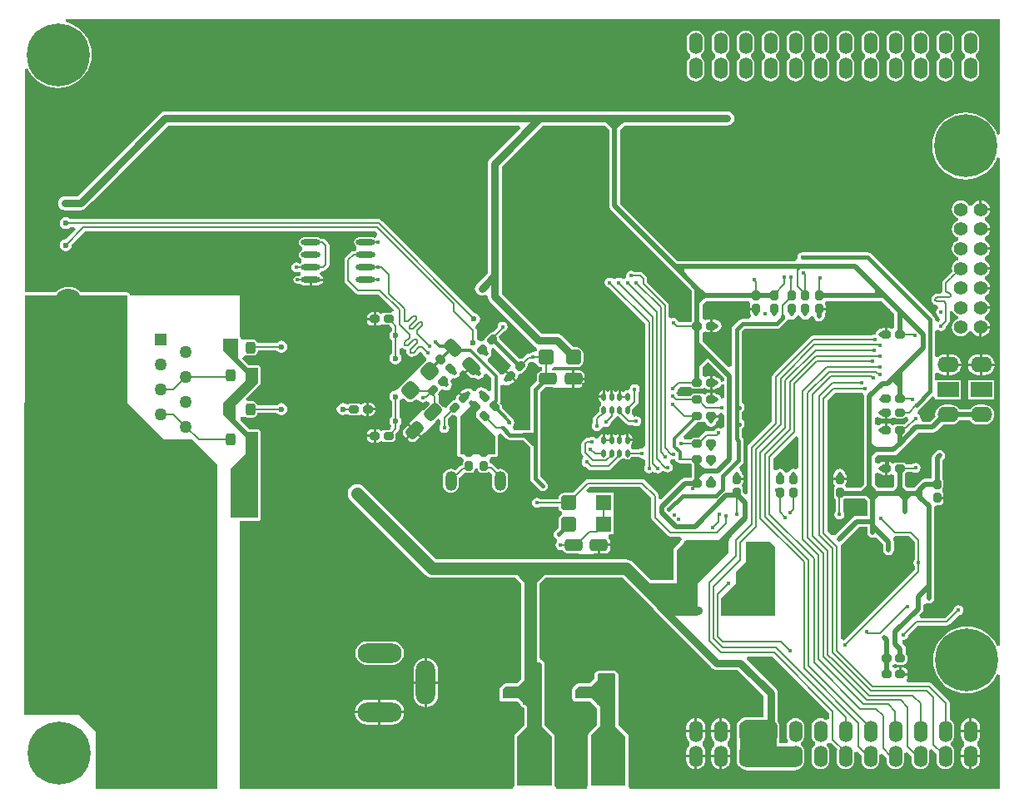
<source format=gbl>
%FSTAX23Y23*%
%MOMM*%
%SFA1B1*%

%IPPOS*%
%AMD65*
4,1,8,-0.200660,-0.500380,0.200660,-0.500380,0.398780,-0.299720,0.398780,0.299720,0.200660,0.500380,-0.200660,0.500380,-0.398780,0.299720,-0.398780,-0.299720,-0.200660,-0.500380,0.0*
1,1,0.400000,-0.200660,-0.299720*
1,1,0.400000,0.200660,-0.299720*
1,1,0.400000,0.200660,0.299720*
1,1,0.400000,-0.200660,0.299720*
%
%AMD66*
4,1,8,-0.500380,0.200660,-0.500380,-0.200660,-0.299720,-0.398780,0.299720,-0.398780,0.500380,-0.200660,0.500380,0.200660,0.299720,0.398780,-0.299720,0.398780,-0.500380,0.200660,0.0*
1,1,0.400000,-0.299720,0.200660*
1,1,0.400000,-0.299720,-0.200660*
1,1,0.400000,0.299720,-0.200660*
1,1,0.400000,0.299720,0.200660*
%
%AMD71*
4,1,8,-0.899160,0.299720,-0.899160,-0.299720,-0.599440,-0.599440,0.599440,-0.599440,0.899160,-0.299720,0.899160,0.299720,0.599440,0.599440,-0.599440,0.599440,-0.899160,0.299720,0.0*
1,1,0.600000,-0.599440,0.299720*
1,1,0.600000,-0.599440,-0.299720*
1,1,0.600000,0.599440,-0.299720*
1,1,0.600000,0.599440,0.299720*
%
%AMD72*
4,1,8,0.248920,0.599440,-0.248920,0.599440,-0.500380,0.350520,-0.500380,-0.350520,-0.248920,-0.599440,0.248920,-0.599440,0.500380,-0.350520,0.500380,0.350520,0.248920,0.599440,0.0*
1,1,0.500000,0.248920,0.350520*
1,1,0.500000,-0.248920,0.350520*
1,1,0.500000,-0.248920,-0.350520*
1,1,0.500000,0.248920,-0.350520*
%
%AMD81*
4,1,8,0.210820,-0.495300,0.495300,-0.210820,0.492760,0.071120,0.071120,0.492760,-0.210820,0.495300,-0.495300,0.210820,-0.492760,-0.071120,-0.071120,-0.492760,0.210820,-0.495300,0.0*
1,1,0.400000,0.071120,-0.353060*
1,1,0.400000,0.353060,-0.071120*
1,1,0.400000,-0.071120,0.353060*
1,1,0.400000,-0.353060,0.071120*
%
%AMD107*
4,1,8,0.398780,0.800100,-0.398780,0.800100,-0.800100,0.398780,-0.800100,-0.398780,-0.398780,-0.800100,0.398780,-0.800100,0.800100,-0.398780,0.800100,0.398780,0.398780,0.800100,0.0*
1,1,0.800000,0.398780,0.398780*
1,1,0.800000,-0.398780,0.398780*
1,1,0.800000,-0.398780,-0.398780*
1,1,0.800000,0.398780,-0.398780*
%
%AMD109*
4,1,8,-0.848360,-0.424180,-0.424180,-0.848360,0.000000,-0.848360,0.848360,0.000000,0.848360,0.424180,0.424180,0.848360,0.000000,0.848360,-0.848360,0.000000,-0.848360,-0.424180,0.0*
1,1,0.600000,-0.635000,-0.210820*
1,1,0.600000,-0.210820,-0.635000*
1,1,0.600000,0.635000,0.210820*
1,1,0.600000,0.210820,0.635000*
%
%AMD110*
4,1,8,0.495300,0.210820,0.210820,0.495300,-0.071120,0.492760,-0.492760,0.071120,-0.495300,-0.210820,-0.210820,-0.495300,0.071120,-0.492760,0.492760,-0.071120,0.495300,0.210820,0.0*
1,1,0.400000,0.353060,0.071120*
1,1,0.400000,0.071120,0.353060*
1,1,0.400000,-0.353060,-0.071120*
1,1,0.400000,-0.071120,-0.353060*
%
%AMD111*
4,1,8,0.424180,-0.848360,0.848360,-0.424180,0.848360,0.000000,0.000000,0.848360,-0.424180,0.848360,-0.848360,0.424180,-0.848360,0.000000,0.000000,-0.848360,0.424180,-0.848360,0.0*
1,1,0.600000,0.210820,-0.635000*
1,1,0.600000,0.635000,-0.210820*
1,1,0.600000,-0.210820,0.635000*
1,1,0.600000,-0.635000,0.210820*
%
%AMD113*
4,1,8,0.284480,-0.848360,0.848360,-0.284480,0.848360,0.284480,0.284480,0.848360,-0.284480,0.848360,-0.848360,0.284480,-0.848360,-0.284480,-0.284480,-0.848360,0.284480,-0.848360,0.0*
1,1,0.800000,0.000000,-0.563880*
1,1,0.800000,0.563880,0.000000*
1,1,0.800000,0.000000,0.563880*
1,1,0.800000,-0.563880,0.000000*
%
%ADD10C,0.200000*%
%ADD11C,0.399999*%
%ADD14C,0.127000*%
%ADD16C,0.150000*%
G04~CAMADD=65~8~0.0~0.0~315.0~393.7~78.7~0.0~15~0.0~0.0~0.0~0.0~0~0.0~0.0~0.0~0.0~0~0.0~0.0~0.0~180.0~316.0~394.0*
%ADD65D65*%
G04~CAMADD=66~8~0.0~0.0~315.0~393.7~78.7~0.0~15~0.0~0.0~0.0~0.0~0~0.0~0.0~0.0~0.0~0~0.0~0.0~0.0~90.0~394.0~315.0*
%ADD66D66*%
%ADD70O,2.199996X1.599997*%
G04~CAMADD=71~8~0.0~0.0~472.4~708.7~118.1~0.0~15~0.0~0.0~0.0~0.0~0~0.0~0.0~0.0~0.0~0~0.0~0.0~0.0~90.0~708.0~472.0*
%ADD71D71*%
G04~CAMADD=72~8~0.0~0.0~393.7~472.4~98.4~0.0~15~0.0~0.0~0.0~0.0~0~0.0~0.0~0.0~0.0~0~0.0~0.0~0.0~0.0~393.7~472.4*
%ADD72D72*%
G04~CAMADD=81~8~0.0~0.0~315.0~393.7~78.7~0.0~15~0.0~0.0~0.0~0.0~0~0.0~0.0~0.0~0.0~0~0.0~0.0~0.0~225.0~436.0~435.0*
%ADD81D81*%
%ADD88C,0.299999*%
%ADD89C,0.499999*%
%ADD90C,0.799998*%
%ADD92C,6.399987*%
%ADD94C,1.396997*%
%ADD95R,2.199996X1.599997*%
%ADD96O,4.499991X1.999996*%
%ADD97O,1.999996X4.499991*%
%ADD98R,1.267997X1.267997*%
%ADD99C,1.267997*%
%ADD100C,3.249993*%
%ADD101C,2.894994*%
%ADD102C,0.899998*%
%ADD103C,0.799998*%
%ADD104C,0.399999*%
%ADD105C,0.599999*%
%ADD106O,0.499999X0.799998*%
G04~CAMADD=107~8~0.0~0.0~629.9~629.9~157.5~0.0~15~0.0~0.0~0.0~0.0~0~0.0~0.0~0.0~0.0~0~0.0~0.0~0.0~0.0~629.9~629.9*
%ADD107D107*%
%ADD108R,1.599997X1.599997*%
G04~CAMADD=109~8~0.0~0.0~472.4~708.7~118.1~0.0~15~0.0~0.0~0.0~0.0~0~0.0~0.0~0.0~0.0~0~0.0~0.0~0.0~135.0~738.0~737.0*
%ADD109D109*%
G04~CAMADD=110~8~0.0~0.0~315.0~393.7~78.7~0.0~15~0.0~0.0~0.0~0.0~0~0.0~0.0~0.0~0.0~0~0.0~0.0~0.0~315.0~436.0~435.0*
%ADD110D110*%
G04~CAMADD=111~8~0.0~0.0~472.4~708.7~118.1~0.0~15~0.0~0.0~0.0~0.0~0~0.0~0.0~0.0~0.0~0~0.0~0.0~0.0~225.0~738.0~737.0*
%ADD111D111*%
%ADD112O,1.999996X0.599999*%
G04~CAMADD=113~8~0.0~0.0~629.9~629.9~157.5~0.0~15~0.0~0.0~0.0~0.0~0~0.0~0.0~0.0~0.0~0~0.0~0.0~0.0~225.0~760.0~759.0*
%ADD113D113*%
%ADD114C,1.269997*%
%ADD115C,1.199998*%
%ADD116O,1.199998X1.999996*%
%ADD117O,1.399997X2.199996*%
%LNksz8851-1*%
%LPD*%
G36*
X99592Y67037D02*
X99292Y66977D01*
X99138Y67348*
X98859Y67804*
X98511Y68211*
X98104Y68559*
X97648Y68838*
X97153Y69043*
X96633Y69168*
X96099Y6921*
X95566Y69168*
X95046Y69043*
X94551Y68838*
X94095Y68559*
X93688Y68211*
X9334Y67804*
X93061Y67348*
X92856Y66853*
X92731Y66333*
X92689Y65799*
X92731Y65266*
X92856Y64746*
X93061Y64251*
X9334Y63795*
X93688Y63388*
X94095Y6304*
X94551Y62761*
X95046Y62556*
X95566Y62431*
X96099Y62389*
X96633Y62431*
X97153Y62556*
X97648Y62761*
X98104Y6304*
X98511Y63388*
X98859Y63795*
X99138Y64251*
X99292Y64621*
X99592Y64562*
Y14979*
X99292Y14919*
X99238Y15048*
X98959Y15504*
X98611Y15911*
X98204Y16259*
X97748Y16538*
X97253Y16743*
X96733Y16868*
X96199Y1691*
X95666Y16868*
X95146Y16743*
X94651Y16538*
X94195Y16259*
X93788Y15911*
X9344Y15504*
X93161Y15048*
X92956Y14553*
X92831Y14033*
X92789Y13499*
X92831Y12966*
X92956Y12446*
X93161Y11951*
X9344Y11495*
X93788Y11088*
X94195Y1074*
X94651Y10461*
X95146Y10256*
X95666Y10131*
X96199Y10089*
X96733Y10131*
X97253Y10256*
X97748Y10461*
X98204Y1074*
X98611Y11088*
X98959Y11495*
X99238Y11951*
X99292Y1208*
X99592Y1202*
Y00407*
X61992*
X61924Y00481*
X61797Y00707*
X61805Y00749*
Y05749*
X61782Y05866*
X61716Y05966*
X60805Y06876*
Y11974*
X60782Y12091*
X60716Y12191*
X60566Y12341*
X60467Y12407*
X60412Y12418*
X60349Y1243*
X58774*
X58657Y12407*
X58558Y12341*
X58433Y12216*
X58367Y12116*
X58344Y11999*
Y11576*
X57873Y11105*
X56699*
X56582Y11082*
X56483Y11016*
X56183Y10716*
X56117Y10616*
X56094Y10499*
Y09599*
X56117Y09482*
X56183Y09383*
X56282Y09317*
X56399Y09294*
X57923*
X5827Y08946*
X58278Y08904*
X58389Y08739*
X58554Y08628*
X58594Y08621*
Y06876*
X57783Y06066*
X57717Y05966*
X57694Y05849*
Y00749*
X57702Y00707*
X57575Y00481*
X57506Y00407*
X54492*
X54424Y00481*
X54297Y00707*
X54305Y00749*
Y05749*
X54282Y05866*
X54216Y05966*
X53305Y06876*
Y13099*
X53282Y13216*
X53216Y13316*
X53066Y13466*
X52966Y13532*
X52849Y13555*
X52793Y13849*
Y21259*
X5339Y21856*
X61209*
X64316Y18749*
X64338Y18696*
X6445Y1855*
X703Y127*
X70446Y12588*
X70617Y12517*
X70799Y12493*
X72907*
X75569Y09832*
Y07861*
X75553Y0774*
Y07707*
X73799*
X73564Y07676*
X73346Y07586*
X73158Y07441*
X73013Y07253*
X72972Y07154*
X72948Y07123*
X72858Y06904*
X72827Y06669*
Y05869*
Y04129*
Y03329*
X72858Y03094*
X72948Y02875*
X73093Y02687*
X73252Y02565*
X73258Y02558*
X73446Y02413*
X73664Y02323*
X73899Y02292*
X762*
X76299Y02305*
X76399Y02292*
X78699*
X78934Y02323*
X79153Y02413*
X79341Y02558*
X79419Y02658*
X79456Y02687*
X79601Y02875*
X79691Y03094*
X79722Y03329*
Y04129*
X79691Y04364*
X79601Y04583*
X79456Y04771*
X79395Y04818*
X79384Y04842*
Y05156*
X79395Y0518*
X79456Y05227*
X79601Y05415*
X79691Y05634*
X79722Y05869*
Y06669*
X79691Y06904*
X79601Y07123*
X79456Y07311*
X79268Y07455*
X7905Y07546*
X78815Y07577*
X7858Y07546*
X78361Y07455*
X78173Y07311*
X78028Y07123*
X77938Y06904*
X77907Y06669*
Y05869*
X77938Y05634*
X78028Y05415*
X78111Y05307*
X78014Y05046*
X7798Y05007*
X77182*
Y06269*
Y06669*
X77151Y06904*
X77061Y07123*
X76981Y07227*
Y10124*
X76957Y10307*
X76886Y10477*
X76774Y10624*
X73806Y13592*
X7393Y13892*
X76431*
X82192Y08131*
Y07527*
X81892Y07391*
X81808Y07455*
X8159Y07546*
X81355Y07577*
X8112Y07546*
X80901Y07455*
X80713Y07311*
X80568Y07123*
X80478Y06904*
X80447Y06669*
Y05869*
X80478Y05634*
X80568Y05415*
X80713Y05227*
X80774Y0518*
X80786Y05156*
Y04842*
X80774Y04818*
X80713Y04771*
X80568Y04583*
X80478Y04364*
X80447Y04129*
Y03329*
X80478Y03094*
X80568Y02875*
X80713Y02687*
X80901Y02543*
X8112Y02452*
X81355Y02421*
X8159Y02452*
X81808Y02543*
X81996Y02687*
X82141Y02875*
X82231Y03094*
X82262Y03329*
Y04129*
X82231Y04364*
X82141Y04583*
X81996Y04771*
X82059Y05052*
X82371Y05076*
X83037Y0441*
X83018Y04364*
X82987Y04129*
Y03329*
X83018Y03094*
X83108Y02875*
X83253Y02687*
X83441Y02543*
X8366Y02452*
X83895Y02421*
X8413Y02452*
X84348Y02543*
X84536Y02687*
X84681Y02875*
X84771Y03094*
X84802Y03329*
Y04095*
X84877Y04155*
X85092Y04231*
X85527Y03795*
Y03329*
X85558Y03094*
X85648Y02875*
X85793Y02687*
X85981Y02543*
X862Y02452*
X86435Y02421*
X8667Y02452*
X86888Y02543*
X87076Y02687*
X87221Y02875*
X87311Y03094*
X87342Y03329*
Y03856*
X87642Y0398*
X88067Y03555*
Y03329*
X88098Y03094*
X88188Y02875*
X88333Y02687*
X88521Y02543*
X8874Y02452*
X88975Y02421*
X8921Y02452*
X89428Y02543*
X89616Y02687*
X89761Y02875*
X89851Y03094*
X89882Y03329*
Y04015*
X90175Y04147*
X90607Y03715*
Y03329*
X90638Y03094*
X90728Y02875*
X90873Y02687*
X91061Y02543*
X9128Y02452*
X91515Y02421*
X9175Y02452*
X91968Y02543*
X92156Y02687*
X92301Y02875*
X92391Y03094*
X92422Y03329*
Y04129*
X924Y04298*
X92578Y04424*
X92669Y04454*
X93147Y03975*
Y03329*
X93178Y03094*
X93268Y02875*
X93413Y02687*
X93601Y02543*
X9382Y02452*
X94055Y02421*
X9429Y02452*
X94508Y02543*
X94696Y02687*
X94841Y02875*
X94931Y03094*
X94962Y03329*
Y04129*
X94931Y04364*
X94841Y04583*
X94696Y04771*
X94635Y04818*
X94624Y04842*
Y05156*
X94635Y0518*
X94696Y05227*
X94841Y05415*
X94931Y05634*
X94962Y05869*
Y06669*
X94931Y06904*
X94841Y07123*
X94696Y07311*
X94508Y07455*
X94462Y07474*
Y09144*
X94431Y093*
X94343Y09433*
X92688Y11088*
X92556Y11176*
X92399Y11207*
X90146*
X90055Y11507*
X90077Y11522*
X90177Y11672*
X90212Y11849*
Y11922*
X89449*
Y12049*
X89322*
Y12712*
X89149*
X88972Y12677*
X88955Y12665*
X88679Y12788*
X88663Y12961*
X88668Y12992*
X88945Y13105*
X88993Y13073*
X8915Y13042*
X8975*
X89906Y13073*
X90038Y13161*
X90126Y13293*
X90157Y13449*
Y13849*
X90126Y14006*
X90038Y14138*
X9001Y14156*
Y14599*
X89968Y14814*
X89846Y14996*
X89634Y15208*
X89708Y15535*
X8976Y15567*
X89774Y15565*
X8997Y15603*
X90135Y15714*
X90245Y15879*
X90277Y16036*
X91258Y17017*
X94199*
X94346Y17046*
X9447Y17129*
X95414Y18073*
X95571Y18105*
X95736Y18215*
X95847Y1838*
X95885Y18576*
X95847Y18771*
X95736Y18936*
X95571Y19047*
X95376Y19085*
X9518Y19047*
X95015Y18936*
X94905Y18771*
X94873Y18614*
X94041Y17782*
X91517*
X91402Y18059*
X91658Y18315*
X9178Y18497*
X91823Y18712*
Y19129*
X92123Y19289*
X92135Y19281*
X92349Y19239*
X92564Y19281*
X92746Y19403*
X92868Y19585*
X9291Y19799*
Y21049*
Y28948*
X92991Y2921*
X932Y29237*
X93399*
X93577Y29272*
X93727Y29372*
X93827Y29522*
X93862Y29699*
Y29872*
X93199*
Y30126*
X93862*
Y30299*
X93827Y30477*
X93727Y30627*
X93776Y30943*
X93807Y31099*
Y31699*
X93776Y31856*
X9376Y31879*
Y33817*
X93846Y33903*
X93968Y34085*
X9401Y34299*
X93968Y34514*
X93846Y34696*
X93664Y34818*
X93449Y3486*
X93235Y34818*
X93053Y34696*
X92803Y34446*
X92681Y34264*
X92639Y34049*
Y3196*
X91999*
X91785Y31918*
X91603Y31796*
X90842Y31035*
X90157*
X8996Y31232*
Y32493*
X89988Y32511*
X90075Y32642*
X90709*
X90804Y32578*
X90999Y3254*
X91195Y32578*
X9136Y32689*
X9147Y32854*
X91509Y33049*
X9147Y33245*
X9136Y3341*
X91195Y3352*
X90999Y33559*
X90804Y3352*
X90639Y3341*
X90637Y33407*
X90042*
X89988Y33488*
X89856Y33576*
X89699Y33607*
X89099*
X88943Y33576*
X88627Y33527*
X88477Y33627*
X88299Y33662*
X88126*
Y32999*
Y32337*
X88299*
X88477Y32372*
X88539Y32413*
X88818Y32299*
X88839Y3228*
Y31232*
X88642Y31035*
X87207*
X86885Y31357*
Y32415*
X86917Y32442*
X87185Y32548*
X87285Y32481*
X87389Y32461*
X87522Y32372*
X87699Y32337*
X87872*
Y32999*
Y33662*
X87699*
X87522Y33627*
X87389Y33538*
X87285Y33518*
X87185Y33451*
X86917Y33557*
X86885Y33584*
Y34092*
X87132Y34339*
X88774*
X88989Y34381*
X89171Y34503*
X89796Y35128*
X91299Y36631*
X92732*
X92947Y36674*
X93128Y36795*
X93809Y37476*
X93999Y37451*
X94599*
X94861Y37485*
X95104Y37586*
X95313Y37746*
X9543Y37899*
X96569*
X96686Y37746*
X96895Y37586*
X97138Y37485*
X97399Y37451*
X97999*
X9826Y37485*
X98504Y37586*
X98713Y37746*
X98873Y37955*
X98974Y38198*
X99008Y38459*
X98974Y3872*
X98873Y38964*
X98713Y39173*
X98504Y39333*
X9826Y39434*
X97999Y39468*
X97399*
X97138Y39434*
X96895Y39333*
X96686Y39173*
X96569Y3902*
X9543*
X95313Y39173*
X95104Y39333*
X94861Y39434*
X94599Y39468*
X93999*
X93738Y39434*
X93495Y39333*
X93286Y39173*
X93126Y38964*
X93025Y3872*
X92991Y38459*
X93016Y38269*
X925Y37753*
X91702*
X915Y38053*
X91509Y381*
X9147Y38295*
X9136Y3846*
X91195Y3857*
X9126Y3886*
X91274Y38907*
X91439Y39017*
X91533Y39158*
X92699Y40324*
X92999Y402*
Y39999*
X95599*
Y41999*
X93284*
X92999*
X92984Y42293*
Y42638*
X93138Y42726*
X93284Y4276*
X93468Y42619*
X93724Y42513*
X93999Y42476*
X94172*
Y43539*
Y44603*
X93999*
X93724Y44566*
X93468Y4446*
X93284Y44319*
X93138Y44353*
X92984Y44441*
Y4698*
X93108Y47057*
X93284Y47109*
X93404Y47028*
X93599Y4699*
X93795Y47028*
X9396Y47139*
X9407Y47304*
X94106Y47482*
X94362Y47737*
X94442Y47858*
X9447Y47999*
Y4895*
X9477Y4901*
X94819Y48892*
X94963Y48704*
X95151Y4856*
X95298Y48499*
X95302Y48483*
Y48206*
X95298Y48191*
X95151Y4813*
X94963Y47986*
X94819Y47798*
X94728Y47579*
X94698Y47345*
X94728Y4711*
X94819Y46892*
X94963Y46704*
X95151Y4656*
X95369Y46469*
X95604Y46439*
X95838Y46469*
X96057Y4656*
X96245Y46704*
X96389Y46892*
X96412Y46949*
X96737*
X96772Y46864*
X96925Y46665*
X97123Y46513*
X97355Y46417*
X97477Y46401*
Y47345*
X97604*
Y47472*
X98548*
X98532Y47593*
X98436Y47825*
X98283Y48024*
X98084Y48177*
X98071Y48182*
Y48507*
X98084Y48513*
X98283Y48665*
X98436Y48864*
X98532Y49096*
X98548Y49218*
X97604*
Y49472*
X98548*
X98532Y49593*
X98436Y49825*
X98283Y50024*
X98084Y50177*
X98071Y50182*
Y50507*
X98084Y50513*
X98283Y50665*
X98436Y50864*
X98532Y51096*
X98548Y51218*
X97604*
Y51472*
X98548*
X98532Y51593*
X98436Y51825*
X98283Y52024*
X98084Y52177*
X98071Y52182*
Y52507*
X98084Y52513*
X98283Y52665*
X98436Y52864*
X98532Y53096*
X98548Y53218*
X97604*
Y53472*
X98548*
X98532Y53594*
X98436Y53825*
X98283Y54024*
X98084Y54177*
X98071Y54182*
Y54507*
X98084Y54513*
X98283Y54665*
X98436Y54864*
X98532Y55096*
X98548Y55218*
X97604*
Y55472*
X98548*
X98532Y55593*
X98436Y55825*
X98283Y56024*
X98084Y56177*
X98071Y56182*
Y56507*
X98084Y56513*
X98283Y56665*
X98436Y56864*
X98532Y57096*
X98548Y57218*
X97604*
Y57472*
X98548*
X98532Y57593*
X98436Y57825*
X98283Y58024*
X98084Y58177*
X98071Y58182*
Y58507*
X98084Y58513*
X98283Y58665*
X98436Y58864*
X98532Y59096*
X98548Y59218*
X97604*
Y59345*
X97477*
Y60289*
X97355Y60273*
X97123Y60177*
X96925Y60024*
X96772Y59825*
X96737Y59741*
X96412*
X96389Y59798*
X96245Y59986*
X96057Y6013*
X95838Y6022*
X95604Y60251*
X95369Y6022*
X95151Y6013*
X94963Y59986*
X94819Y59798*
X94728Y59579*
X94698Y59345*
X94728Y5911*
X94819Y58892*
X94963Y58704*
X95151Y5856*
X95298Y58499*
X95302Y58483*
Y58206*
X95298Y58191*
X95151Y5813*
X94963Y57986*
X94819Y57798*
X94728Y57579*
X94698Y57345*
X94728Y5711*
X94819Y56892*
X94963Y56704*
X95151Y5656*
X95298Y56499*
X95302Y56483*
Y56206*
X95298Y56191*
X95151Y5613*
X94963Y55986*
X94819Y55798*
X94728Y55579*
X94698Y55345*
X94728Y5511*
X94819Y54892*
X94963Y54704*
X95151Y5456*
X95298Y54499*
X95302Y54483*
Y54206*
X95298Y54191*
X95151Y5413*
X94963Y53986*
X94819Y53798*
X94728Y53579*
X94698Y53345*
X94728Y5311*
X94763Y53028*
X94335Y526*
X93837Y52103*
X93757Y51982*
X93729Y5184*
Y51042*
X93725*
X93492Y50793*
X93198Y50776*
X92973Y50732*
X92928Y50701*
X92782Y50604*
X92655Y50413*
X9261Y50188*
X92655Y49963*
X92782Y49772*
X92928Y49675*
X92973Y49645*
X93192Y49601*
X93205Y4958*
X93287Y49304*
X93221Y4926*
X93111Y49095*
X93072Y48899*
X93111Y48704*
X93221Y48539*
X93387Y48428*
X93503Y48099*
X93423Y47974*
X93404Y4797*
X93284Y4789*
X93108Y47941*
X92984Y48019*
Y48124*
X92945Y4832*
X92835Y48485*
X8651Y5481*
X86345Y5492*
X86149Y54959*
X79474*
X79279Y5492*
X79114Y5481*
X79003Y54645*
X78965Y54449*
X78975Y54398*
X78775Y54098*
X66794*
X6096Y59932*
Y67467*
X61386Y67893*
X71849*
X72032Y67917*
X72202Y67988*
X72349Y681*
X72461Y68246*
X72531Y68417*
X72555Y68599*
X72531Y68782*
X72461Y68952*
X72349Y69099*
X72202Y69211*
X72032Y69281*
X71849Y69305*
X14699*
X14517Y69281*
X14346Y69211*
X142Y69099*
X063Y61199*
X05773Y60671*
X04499*
X04317Y60647*
X04146Y60576*
X04Y60464*
X03888Y60318*
X03817Y60148*
X03793Y59965*
X03817Y59782*
X03888Y59612*
X04Y59466*
X04146Y59354*
X04317Y59283*
X04499Y59259*
X06065*
X06248Y59283*
X06418Y59354*
X06564Y59466*
X07299Y602*
X14992Y67893*
X50703*
X50818Y67616*
X477Y64499*
X47588Y64352*
X47517Y64182*
X47493Y63999*
Y52892*
X464Y51799*
X46288Y51652*
X46217Y51482*
X46193Y51299*
X46217Y51117*
X46288Y50946*
X464Y508*
X46546Y50688*
X46717Y50617*
X46899Y50593*
X47082Y50617*
X47193Y50664*
X47389Y50581*
X47493Y50499*
X47517Y50317*
X47588Y50146*
X477Y5*
X522Y455*
X52346Y45388*
X52392Y45369*
X5242Y45331*
X52496Y45074*
X52491Y45018*
X52434Y44934*
X52103Y44808*
X52099Y44809*
X51904Y4477*
X51739Y4466*
X51737Y44657*
X51674*
X51528Y44628*
X51404Y44545*
X5099Y44131*
X50865Y44156*
X50709Y44125*
X50695Y44115*
X48654Y46156*
X48656Y46165*
X48625Y46321*
X48587Y46378*
X49122Y46914*
X49195Y46928*
X4936Y47039*
X4947Y47204*
X49509Y47399*
X4947Y47595*
X4936Y4776*
X49195Y4787*
X48999Y47909*
X48804Y4787*
X48639Y4776*
X48528Y47595*
X4849Y47399*
X48496Y47369*
X4798Y46853*
X47965Y46856*
X47809Y46825*
X47677Y46736*
X47252Y46312*
X47164Y4618*
X47133Y46024*
X46871Y45905*
X46547Y46034*
X46414Y46232*
X46389Y46249*
Y47017*
X46358Y47174*
X4627Y47306*
X46262Y47314*
X46331Y47621*
X46353Y47647*
X46532Y47767*
X46665Y47965*
X46711Y48199*
X46665Y48434*
X46532Y48632*
X46334Y48765*
X46139Y48803*
X36689Y58253*
X36557Y58341*
X36401Y58372*
X0504*
X05024Y58397*
X04826Y58529*
X04591Y58576*
X04357Y58529*
X04159Y58397*
X04026Y58198*
X0398Y57964*
X04026Y5773*
X04159Y57532*
X04357Y57399*
X04591Y57352*
X04826Y57399*
X05024Y57532*
X0504Y57556*
X05465*
X0558Y57279*
X04621Y5632*
X04591Y56326*
X04357Y56279*
X04159Y56147*
X04026Y55948*
X0398Y55714*
X04026Y5548*
X04159Y55282*
X04357Y55149*
X04591Y55102*
X04826Y55149*
X05024Y55282*
X05157Y5548*
X05203Y55714*
X05197Y55743*
X06546Y57092*
X36055*
X36271Y56875*
X36197Y56563*
X35995Y56475*
X35799Y56514*
X34399*
X34204Y56475*
X34039Y56365*
X33928Y562*
X3389Y56004*
X33928Y55809*
X34039Y55644*
X34125Y55586*
X3416Y55313*
X34145Y5524*
X34001Y55117*
X33834*
X33688Y55088*
X33564Y55005*
X33029Y5447*
X32946Y54346*
X32917Y54199*
Y52099*
X32946Y51953*
X33029Y51829*
X34029Y50829*
X34153Y50746*
X34299Y50717*
X3637*
X37906Y4918*
X37907Y49057*
X37816Y48948*
X37642Y48807*
X37099*
X36943Y48776*
X36627Y48727*
X36477Y48827*
X36299Y48862*
X36126*
Y48199*
Y47537*
X36299*
X36477Y47572*
X36627Y47672*
X36943Y47623*
X37099Y47592*
X37485*
X3749Y47585*
X37754Y47321*
Y46973*
X37692Y46932*
X37559Y46734*
X37513Y46499*
X37559Y46265*
X37692Y46067*
X37754Y46025*
Y44673*
X37692Y44632*
X37559Y44434*
X37513Y44199*
X37559Y43965*
X37692Y43767*
X3789Y43634*
X38124Y43588*
X38359Y43634*
X38557Y43767*
X3869Y43965*
X38736Y44199*
X3869Y44434*
X38557Y44632*
X38495Y44673*
Y45155*
X38795Y45246*
X38809Y45225*
X39008Y45092*
X39218Y4505*
X39199Y44953*
X39237Y44762*
X39246Y44719*
X39378Y44521*
X39577Y44388*
X39811Y44341*
X4Y44379*
X40045Y44388*
X40243Y44521*
X4024Y44524*
X40659Y44943*
X40897Y44705*
X40928Y44548*
X41039Y44383*
X41204Y44272*
X41259Y43956*
X41157Y43888*
X40591Y43322*
X40493Y43176*
X40458Y43172*
X39327Y42041*
X39323Y42005*
X39177Y41908*
X38611Y41342*
X38479Y41144*
X38475Y41124*
X38473Y4112*
X38151Y40906*
X38149*
X38124Y40911*
X3789Y40865*
X37692Y40732*
X37559Y40534*
X37513Y40299*
X37559Y40065*
X37692Y39867*
X37754Y39825*
Y38273*
X37692Y38232*
X37559Y38034*
X37513Y37799*
X37559Y37565*
X37692Y37367*
X37641Y37065*
X3749Y36914*
X37485Y36907*
X37099*
X36943Y36876*
X36627Y36827*
X36477Y36927*
X36299Y36962*
X36126*
Y36299*
Y35637*
X36299*
X36477Y35672*
X36627Y35772*
X36943Y35723*
X37099Y35692*
X37699*
X37856Y35723*
X37988Y35811*
X38076Y35943*
X38107Y36099*
Y36483*
X38387Y36762*
X38467Y36883*
X38495Y37024*
Y37325*
X38557Y37367*
X3869Y37565*
X38736Y37799*
X3869Y38034*
X38557Y38232*
X38495Y38273*
Y39825*
X38557Y39867*
X38653Y40011*
X38887Y4008*
X39Y40088*
X39177Y39911*
X39375Y39779*
X3961Y39732*
X39844Y39779*
X40042Y39911*
X40125Y39994*
X40208Y39997*
X40481Y39926*
X40539Y39839*
X40704Y39728*
X40899Y3969*
X41095Y39728*
X41226Y39816*
X41481Y39779*
X41574Y39654*
X41595Y39568*
X41584Y39531*
X40952Y38899*
X40888Y38963*
X3981Y37885*
X39835Y3786*
X39544Y3757*
X40156Y36958*
X40768Y36346*
X41058Y36637*
X41083Y36612*
X42161Y3769*
X42097Y37754*
X42404Y38061*
X42704Y37936*
Y37445*
X42603Y37295*
X42565Y37099*
X42603Y36904*
X42714Y36739*
X42879Y36628*
X43074Y3659*
X4327Y36628*
X43435Y36739*
X43545Y36904*
X43584Y37099*
X43545Y37295*
X43445Y37445*
Y38021*
X43895Y38471*
X44034Y38443*
X44116Y38459*
X44308Y38338*
X44388Y38246*
Y3444*
X44411Y34323*
X44477Y34224*
X44577Y34158*
X44694Y34134*
X44816*
X45046Y33855*
X45023Y33706*
X44992Y33549*
Y33357*
X44974*
X44828Y33328*
X44704Y33245*
X4424Y32781*
X44153Y32848*
X43958Y32929*
X43749Y32956*
X43541Y32929*
X43346Y32848*
X43179Y3272*
X43051Y32553*
X4297Y32358*
X42943Y32149*
Y31349*
X4297Y31141*
X43051Y30946*
X43179Y30779*
X43346Y30651*
X43541Y3057*
X43749Y30543*
X43958Y3057*
X44153Y30651*
X4432Y30779*
X44448Y30946*
X44529Y31141*
X44556Y31349*
Y32037*
X44621Y3208*
X45133Y32592*
X45214*
X45243Y32573*
X45399Y32542*
X45799*
X45956Y32573*
X46088Y32661*
X46176Y32793*
X46207Y32949*
X46492*
X46523Y32793*
X46611Y32661*
X46743Y32573*
X46899Y32542*
X47299*
X47456Y32573*
X47559Y32642*
X47681*
X47969Y32353*
X47943Y32149*
Y31349*
X4797Y31141*
X48051Y30946*
X48179Y30779*
X48346Y30651*
X48541Y3057*
X48749Y30543*
X48958Y3057*
X49153Y30651*
X4932Y30779*
X49448Y30946*
X49529Y31141*
X49556Y31349*
Y32149*
X49529Y32358*
X49448Y32553*
X4932Y3272*
X49153Y32848*
X48958Y32929*
X48749Y32956*
X48546Y3293*
X48138Y33338*
X48006Y33426*
X47849Y33457*
X47682Y33678*
X47676Y33706*
X47653Y33855*
X47883Y34134*
X48249*
X48367Y34158*
X48466Y34224*
X48532Y34323*
X48555Y3444*
Y36249*
X48554Y36257*
X4872Y36509*
X48772Y36548*
X48852Y36551*
X49364Y36039*
X4953Y35928*
X49725Y3589*
X51077*
X5179Y35177*
Y31999*
X51828Y31804*
X51939Y31639*
X52739Y30839*
X52904Y30728*
X53099Y3069*
X53295Y30728*
X5346Y30839*
X5357Y31004*
X53609Y31199*
X5357Y31395*
X5346Y3156*
X52809Y32211*
Y35399*
Y40788*
X53311Y4129*
X54137*
Y41199*
X55661*
Y41235*
X56072*
Y42099*
Y42964*
X55661*
Y42999*
X54137*
X53992Y43089*
X54164Y43299*
X55599*
X55627Y43322*
X55799Y43288*
X56599*
X56834Y43334*
X57032Y43467*
X57165Y43665*
X57211Y43899*
Y44699*
X57165Y44934*
X57032Y45132*
X56834Y45265*
X56599Y45311*
X56186*
X54999Y46499*
X54852Y46611*
X54682Y46681*
X54499Y46705*
X52992*
X48905Y50792*
Y52599*
Y63707*
X53092Y67893*
X59412*
X59839Y67467*
Y59699*
X59881Y59485*
X60003Y59303*
X66128Y53178*
X66803Y52503*
X68239Y51067*
Y48006*
X68211Y47988*
X6814Y47882*
X66893*
X6687Y47995*
X6676Y4816*
X66595Y4827*
X66399Y48309*
X66204Y4827*
X66198Y48266*
X65898Y48426*
Y49583*
X65869Y4973*
X65786Y49854*
X63682Y51958*
Y52299*
X63653Y52446*
X6357Y5257*
X6327Y5287*
X63146Y52953*
X62999Y52982*
X62427*
X62295Y5307*
X62099Y53109*
X61904Y5307*
X61739Y5296*
X61628Y52795*
X61604Y52669*
X6159Y52599*
X61554Y5237*
X61526Y52352*
X61318Y5226*
X61185*
X6102Y5237*
X60824Y52409*
X60629Y5237*
X60464Y5226*
X6026*
X60095Y5237*
X59899Y52409*
X59704Y5237*
X59539Y5226*
X59428Y52095*
X5939Y51899*
X59428Y51704*
X59539Y51539*
X59704Y51428*
X59861Y51397*
X63513Y47745*
Y3523*
X63213Y35028*
X63164Y35038*
X62969Y34999*
X62814Y34896*
X62217*
X62061Y35067*
X62063Y35386*
X62174Y35553*
X62213Y35749*
Y35772*
X61699*
Y35899*
X61572*
Y36538*
X61503Y36524*
X61336Y36413*
X61263*
X61096Y36524*
X61026Y36538*
Y35899*
X60772*
Y36538*
X60703Y36524*
X60536Y36413*
X60463*
X60296Y36524*
X60226Y36538*
Y35899*
X59972*
Y36538*
X59903Y36524*
X59736Y36413*
X59663*
X59496Y36524*
X59426Y36538*
Y35899*
X59172*
Y36538*
X59103Y36524*
X58936Y36413*
X58825Y36246*
X58801Y36128*
X58583Y36054*
X58488Y36056*
X58486Y3606*
X58321Y3617*
X58126Y36209*
X5793Y3617*
X57798Y36082*
X57599*
X57453Y36053*
X57329Y3597*
X57129Y3577*
X57046Y35646*
X57017Y35499*
Y34599*
X57046Y34453*
X57129Y34329*
X57209Y3425*
X57184Y34001*
X57074Y33836*
X57035Y3364*
X57074Y33445*
X57184Y3328*
X57349Y3317*
X57506Y33138*
X57715Y32929*
X57839Y32846*
X57986Y32817*
X59749*
X59896Y32846*
X6002Y32929*
X61002Y33911*
X61075Y33926*
X61224Y34025*
X61375*
X61524Y33926*
X61699Y33891*
X61875Y33926*
X62024Y34025*
X62095Y34132*
X62858*
X62969Y34057*
X63164Y34019*
X63213Y34028*
X63513Y33827*
Y33321*
X63428Y33195*
X6339Y32999*
X63428Y32804*
X63539Y32639*
X63704Y32528*
X63899Y3249*
X64095Y32528*
X6426Y32639*
X64565Y32555*
X64604Y32528*
X64799Y3249*
X64995Y32528*
X6516Y32639*
X65297Y32695*
X65419Y32733*
X65523Y32683*
X65604Y32628*
X65799Y3259*
X65995Y32628*
X6616Y32739*
X6627Y32904*
X66309Y33099*
X6627Y33295*
X6616Y3346*
X66134Y33477*
X66089Y33587*
X66077Y33668*
X66088Y33818*
X66255Y33918*
X66399Y3389*
X66566Y33923*
X66587Y33816*
X66698Y3365*
X66863Y3354*
X67058Y33501*
X67188Y33527*
X67237Y33517*
X6814*
X68211Y33411*
X68239Y33393*
Y3206*
X67604*
X67389Y32018*
X67207Y31896*
X65159Y29848*
X64882Y29962*
Y30199*
X64853Y30346*
X6477Y3047*
X6347Y3177*
X63346Y31853*
X63199Y31882*
X57699*
X57553Y31853*
X57429Y3177*
X56159Y30499*
X56099Y30511*
X55299*
X55065Y30465*
X54867Y30332*
X54734Y30134*
X54688Y29899*
Y29882*
X52827*
X52695Y2997*
X52499Y30009*
X52304Y2997*
X52139Y2986*
X52028Y29695*
X5199Y29499*
X52028Y29304*
X52139Y29139*
X52304Y29028*
X52499Y2899*
X52695Y29028*
X52827Y29117*
X54688*
Y29099*
X54734Y28865*
X54867Y28667*
X55024Y28562*
X55046Y28399*
X55024Y28237*
X54867Y28132*
X54734Y27934*
X54688Y27699*
Y27009*
X54339Y2666*
X54229Y26495*
X5419Y26299*
X54229Y26104*
X54339Y25939*
X54453Y25863*
X54509Y25666*
X54513Y25521*
X54428Y25395*
X5439Y25199*
X54428Y25004*
X54539Y24839*
X54704Y24728*
X54899Y2469*
X55095Y24728*
X55239Y24539*
X55404Y24428*
X55599Y2439*
X56737*
Y24299*
X58261*
Y24335*
X58672*
Y25199*
X58799*
Y25326*
X59964*
Y25499*
X59921Y25716*
X59799Y25899*
X59823Y26244*
X59866Y26299*
X60299*
Y28299*
Y28499*
Y30499*
X58515*
Y30515*
X57648*
X57533Y30793*
X57858Y31117*
X63041*
X64117Y30041*
Y27999*
X64146Y27853*
X64229Y27729*
X65779Y26179*
X65903Y26096*
X66049Y26067*
X67079*
X67138Y25993*
X67213Y25767*
X67144Y25678*
X67073Y25506*
X66471Y24903*
X66404Y24804*
X66381Y24687*
Y21605*
X64127*
X62266Y23466*
X62071Y23616*
X61844Y2371*
X61599Y23742*
X52999*
X4224*
X34866Y31116*
X34671Y31266*
X34444Y3136*
X34199Y31392*
X33955Y3136*
X33728Y31266*
X33533Y31116*
X33383Y30921*
X33289Y30694*
X33256Y30449*
X33289Y30205*
X33383Y29978*
X33533Y29783*
X41183Y22133*
X41378Y21983*
X41605Y21888*
X41849Y21856*
X50309*
X50906Y21259*
Y11539*
X50473Y11105*
X49299*
X49182Y11082*
X49083Y11016*
X48783Y10716*
X48717Y10616*
X48694Y10499*
Y09599*
X48717Y09482*
X48783Y09383*
X48882Y09317*
X48999Y09294*
X50523*
X50789Y09027*
X50803Y08954*
X50914Y08789*
X51079Y08678*
X51152Y08664*
X51194Y08623*
Y06876*
X50283Y05966*
X50217Y05866*
X50194Y05749*
Y00749*
X50202Y00707*
X50075Y00481*
X50006Y00407*
X22299*
Y27644*
X24099*
X24217Y27667*
X24316Y27733*
X24382Y27832*
X24405Y27949*
Y36699*
X24382Y36816*
X24316Y36916*
X24217Y36982*
X24099Y37005*
X23226*
X22332Y37899*
X22378Y38199*
X22849*
X23099Y38191*
X23599*
X23775Y38226*
X23924Y38325*
X24023Y38474*
X24058Y38649*
Y38654*
X26025*
X26067Y38592*
X26265Y38459*
X26499Y38413*
X26734Y38459*
X26932Y38592*
X27065Y3879*
X27111Y39024*
X27065Y39259*
X26932Y39457*
X26734Y3959*
X26499Y39636*
X26265Y3959*
X26067Y39457*
X26025Y39395*
X24049*
X24023Y39525*
X23924Y39674*
X23775Y39773*
X23599Y39808*
X23099*
X23053Y39807*
X22909Y40076*
X24316Y41483*
X24382Y41582*
X24405Y41699*
Y43199*
X24382Y43316*
X24316Y43416*
X24217Y43482*
X24099Y43505*
X23226*
X22567Y44165*
X22666Y44444*
X22899Y44499*
X23149Y44491*
X23649*
X23825Y44526*
X23974Y44625*
X24073Y44774*
X24108Y44949*
Y45004*
X26025*
X26067Y44942*
X26265Y44809*
X26499Y44763*
X26734Y44809*
X26932Y44942*
X27065Y4514*
X27111Y45374*
X27065Y45609*
X26932Y45807*
X26734Y4594*
X26499Y45986*
X26265Y4594*
X26067Y45807*
X26025Y45745*
X24089*
X24073Y45825*
X23974Y45974*
X23825Y46073*
X23649Y46108*
X23196*
X23149*
X22899Y46099*
X22405*
Y46199*
X22382Y46316*
X22316Y46416*
X22299Y46427*
Y50599*
X1113*
X11107Y50716*
X11041Y50816*
X10941Y50882*
X10824Y50905*
X06094*
X0602Y50995*
X05769Y51201*
X05483Y51354*
X05172Y51448*
X04849Y5148*
X04526Y51448*
X04216Y51354*
X0393Y51201*
X03679Y50995*
X03605Y50905*
X00407*
Y7362*
X00707Y7368*
X00761Y73551*
X0104Y73095*
X01388Y72688*
X01795Y7234*
X02251Y72061*
X02746Y71856*
X03266Y71731*
X03799Y71689*
X04333Y71731*
X04853Y71856*
X05348Y72061*
X05804Y7234*
X06211Y72688*
X06559Y73095*
X06838Y73551*
X07043Y74046*
X07168Y74566*
X0721Y75099*
X07168Y75633*
X07043Y76153*
X06838Y76648*
X06559Y77104*
X06211Y77511*
X05804Y77859*
X05348Y78138*
X04853Y78343*
X04547Y78417*
X04582Y78717*
X99592*
Y67037*
G37*
G36*
X88839Y48767D02*
Y47318D01*
X88818Y473*
X88539Y47186*
X88477Y47227*
X88299Y47262*
X88126*
Y46599*
X87872*
Y47262*
X87699*
X87522Y47227*
X87509Y47218*
X87499*
X87285Y47176*
X87103Y47054*
X86981Y46872*
X86939Y46657*
X86654Y46586*
X86543Y46511*
X80603*
X80447Y4648*
X80315Y46392*
X76511Y42588*
X76423Y42456*
X76392Y42299*
Y3776*
X74034Y35403*
X73946Y35271*
X73915Y35115*
Y30469*
X73638Y30354*
X73407Y30585*
Y30799*
X73376Y30956*
X73327Y31272*
X73427Y31422*
X73462Y31599*
Y31772*
X72799*
Y32026*
X73462*
Y32199*
X73427Y32377*
X73338Y32509*
X73318Y32614*
X73196Y32796*
X73161Y3282*
X731Y33183*
X7336Y33443*
X7347Y33609*
X73509Y33804*
Y35797*
X7347Y35993*
X7336Y36158*
X73309Y36209*
Y37038*
X7346Y37139*
X7357Y37304*
X73609Y37499*
X7357Y37695*
X7346Y3786*
X73309Y37961*
Y38738*
X7346Y38839*
X7357Y39004*
X73609Y39199*
X7357Y39395*
X7346Y3956*
X73309Y39661*
Y46888*
X73611Y4719*
X76899*
X77095Y47228*
X7726Y47339*
X7786Y47939*
X7797Y48104*
X78206Y48156*
X78288Y48161*
X78399Y48139*
X78614Y48181*
X78796Y48303*
X78918Y48485*
X79099Y48541*
X79281Y48485*
X79403Y48303*
X79585Y48181*
X79799Y48139*
X80014Y48181*
X80196Y48303*
X80318Y48485*
X80523Y48499*
X80649Y48446*
X80681Y48285*
X80803Y48103*
X80985Y47981*
X81199Y47939*
X81414Y47981*
X81596Y48103*
X81718Y48285*
X8176Y48499*
Y48622*
X81827Y48722*
X81862Y48899*
Y49072*
X81199*
Y49326*
X81862*
Y49499*
X81827Y49677*
X81786Y49739*
X819Y50018*
X81919Y50039*
X87567*
X88839Y48767*
G37*
G36*
X74099Y50018D02*
X74213Y49739D01*
X74172Y49677*
X74137Y49499*
Y49326*
X74799*
Y49072*
X74137*
Y48899*
X74172Y48722*
X74261Y48589*
X74277Y48509*
X74273Y48471*
X74105Y48209*
X73399*
X73204Y4817*
X73039Y4806*
X72439Y4746*
X72328Y47295*
X7229Y47099*
Y43394*
X72012Y43279*
X70296Y44996*
X6936Y45932*
Y4678*
X6938Y46799*
X6966Y46913*
X69722Y46872*
X69899Y46837*
X70072*
Y47499*
Y48162*
X69899*
X69722Y48127*
X6966Y48086*
X6938Y482*
X6936Y48218*
Y49667*
X69732Y50039*
X7408*
X74099Y50018*
G37*
G36*
X45908Y4329D02*
X45297Y42679D01*
X45631Y42344*
X45815Y42222*
X46031Y42179*
X46185Y4221*
X46325Y42116*
X4654Y42073*
X46754Y42116*
X46936Y42237*
X47058Y42419*
X47082Y42543*
X47333Y42656*
X47389Y42661*
X47875Y42175*
Y40953*
X47598Y40839*
X47461Y40975*
X47311Y41076*
X47183Y41101*
X47024Y41207*
X4681Y4125*
X46595Y41207*
X46413Y41086*
X46291Y40904*
X46287Y40884*
X46173Y40851*
X45975Y40852*
X45886Y40986*
X45704Y41107*
X45489Y4115*
X45275Y41107*
X45115Y41001*
X44988Y40976*
X44838Y40875*
X44715Y40753*
X45184Y40284*
X45005Y40105*
X44536Y40573*
X44414Y40451*
X44313Y40301*
X44302Y40246*
X44175Y39966*
X44019Y39935*
X43887Y39846*
X43463Y39422*
X43374Y3929*
X43371Y39273*
X43283Y39207*
X43272Y39203*
X42903Y39276*
X42902Y39279*
X42499Y39682*
Y40317*
X4247Y40463*
X42411Y40551*
X42546Y40687*
X42635Y40819*
X42663Y40959*
X4276Y41003*
X42955Y41062*
X43075Y40981*
X43289Y40939*
X43504Y40981*
X43686Y41103*
X43807Y41285*
X4385Y41499*
X43807Y41714*
X43695Y41883*
X43711Y41965*
X43716Y41972*
X43976Y42171*
X44089Y42149*
X44304Y42191*
X44486Y42313*
X44607Y42495*
X4465Y42709*
X44911Y42936*
X45034Y42942*
X45117Y42858*
X45729Y4347*
X45908Y4329*
G37*
G36*
X71535Y42171D02*
Y41857D01*
X71235Y41828*
X71218Y41914*
X71096Y42096*
X70914Y42218*
X70809Y42238*
X70677Y42327*
X70499Y42362*
X70326*
Y41699*
Y41037*
X70499*
X70677Y41072*
X70809Y41161*
X70914Y41181*
X71096Y41303*
X71218Y41485*
X71235Y41571*
X71535Y41541*
Y40157*
X71235Y40128*
X71218Y40214*
X71096Y40396*
X70914Y40518*
X70809Y40538*
X70677Y40627*
X70499Y40662*
X70326*
Y39999*
X70072*
Y40662*
X69899*
X69722Y40627*
X69572Y40527*
X69256Y40576*
X69099Y40607*
X68499*
X68343Y40576*
X68211Y40488*
X6814Y40382*
X66797*
X6677Y40517*
X66673Y40708*
X6677Y40899*
X66802Y41055*
X67063Y41317*
X6814*
X68211Y41211*
X68343Y41123*
X68499Y41092*
X69099*
X69256Y41123*
X69572Y41172*
X69722Y41072*
X69899Y41037*
X70072*
Y41699*
Y42362*
X69899*
X69722Y42327*
X6966Y42286*
X6938Y424*
X6936Y42418*
Y43267*
X69899Y43806*
X71535Y42171*
G37*
G36*
X48105Y45263D02*
X49862Y43506D01*
X49748Y43196*
X49698Y43186*
X49548Y43085*
X49426Y42963*
X49894Y42494*
X50363Y42026*
X50485Y42148*
X50586Y42298*
X50597Y42352*
X50724Y42633*
X5088Y42664*
X51012Y42752*
X51436Y43177*
X51525Y43309*
X51556Y43465*
X51531Y4359*
X51823Y43883*
X51904Y43828*
X52099Y4379*
X52103Y4379*
X52434Y43665*
X52567Y43467*
X52765Y43334*
X52999Y43288*
X53029*
Y42909*
X52999*
X52804Y4287*
X52639Y4276*
X52528Y42595*
X5249Y42399*
Y41911*
X51939Y4136*
X51828Y41195*
X5179Y40999*
Y36905*
X51319*
X51299Y36909*
X50106*
X50025Y37177*
X50042Y37227*
X5006Y37239*
X5017Y37404*
X50209Y37599*
X5017Y37795*
X501Y379*
X50076Y38023*
X49976Y38172*
X48949Y39199*
X48956Y39234*
X48925Y3939*
X48836Y39522*
X48721Y39638*
X48758Y39692*
X48793Y39868*
Y40465*
Y41427*
X4883Y41458*
X49093Y4156*
X49195Y41491*
X4941Y41449*
X49624Y41491*
X49784Y41598*
X49911Y41623*
X50061Y41724*
X50183Y41846*
X49715Y42315*
X49246Y42783*
X49124Y42661*
X49059Y42564*
X48857Y42548*
X48734Y42576*
X48658Y4269*
X47479Y43869*
X47494Y43997*
X4756Y44212*
X47696Y44303*
X47818Y44485*
X4786Y44699*
X47818Y44914*
X47945Y45235*
X48051Y45268*
X48105Y45263*
G37*
G36*
X10824Y39699D02*
X00399D01*
Y50599*
X10824*
Y39699*
G37*
G36*
X88126Y38037D02*
X88299D01*
X88477Y38072*
X88627Y38172*
X88943Y38123*
X89099Y38092*
X89699*
X89856Y38123*
X89988Y38211*
X89992Y38217*
X90139Y38204*
X90252Y37893*
X89842Y37482*
X89825*
X89699Y37507*
X89099*
X88943Y37476*
X88627Y37427*
X88477Y37527*
X88299Y37562*
X88126*
Y36899*
X87872*
Y37562*
X87699*
X87522Y37527*
X87389Y37438*
X87285Y37418*
X87185Y37351*
X86917Y37457*
X86885Y37484*
Y38115*
X86917Y38142*
X87185Y38248*
X87285Y38181*
X87389Y38161*
X87522Y38072*
X87699Y38037*
X87872*
Y38699*
X88126*
Y38037*
G37*
G36*
X71299Y3869D02*
X71535Y38431D01*
Y37197*
X71235Y37044*
X71195Y3707*
X70999Y37109*
X70804Y3707*
X70639Y3696*
X70528Y36795*
X70526Y36782*
X69799*
X69653Y36753*
X69529Y3667*
X68967Y36107*
X68499*
X68343Y36076*
X68211Y35988*
X68157Y35907*
X6748*
X67479Y35908*
X67478Y3591*
X67429Y3628*
X6884Y37692*
X69099*
X69256Y37723*
X69505Y37762*
X69662Y37682*
X69681Y37585*
X69803Y37403*
X69985Y37281*
X70199Y37239*
X70414Y37281*
X70596Y37403*
X70718Y37585*
X70744Y37717*
X70827Y37772*
X70927Y37922*
X70962Y381*
Y38172*
X70199*
Y38426*
X70962*
Y38474*
X70987Y38518*
X70988Y38519*
X71228Y38704*
X71299Y3869*
G37*
G36*
X52499Y35299D02*
X52099D01*
X51099Y36299*
Y36599*
X52499*
Y35299*
G37*
G36*
X45803Y39396D02*
X46349Y38749D01*
Y38149*
X48249Y36249*
Y3444*
X44694*
Y38287*
X45803Y39396*
X45899Y39492*
X45803Y39396*
G37*
G36*
X79117Y36141D02*
Y33076D01*
X78817Y32916*
X78814Y32918*
X78599Y3296*
X78385Y32918*
X78203Y32796*
X78081Y32614*
X77779Y32592*
X7771Y32614*
X77588Y32796*
X77406Y32918*
X77191Y3296*
X76977Y32918*
X76847Y3283*
X76657Y32889*
X76547Y32963*
Y33995*
X78817Y36265*
X79117Y36141*
G37*
G36*
X85567Y40683D02*
X85726Y40525D01*
X85764Y40349*
Y35474*
Y34324*
Y31357*
X85442Y31035*
X84002*
X83945Y31112*
X83869Y31335*
X83927Y31422*
X83962Y31599*
Y31772*
X82637*
Y31599*
X82672Y31422*
X82772Y31272*
X82723Y30956*
X82692Y30799*
Y30199*
X82723Y30043*
X82811Y29911*
X82892Y29857*
Y28662*
X82889Y2866*
X82778Y28495*
X8274Y28299*
X82778Y28104*
X82889Y27939*
X83054Y27828*
X83249Y2779*
X83445Y27828*
X8361Y27939*
X8372Y28104*
X83759Y28299*
X8372Y28495*
X83657Y2859*
Y29823*
X83788Y29911*
X8379Y29914*
X85842*
X86089Y29667*
Y2816*
X84999*
X84785Y28118*
X84603Y27996*
X82824Y26218*
X82788Y26195*
X82434Y26184*
X82057Y2656*
Y39955*
X82793Y40692*
X85549*
X85567Y40683*
G37*
G36*
X22099Y44199D02*
X23099Y43199D01*
X24099*
Y41699*
X22099Y39699*
X21849Y39449*
Y37949*
X23099Y36699*
X24099*
Y27949*
X21349*
Y32949*
X22849Y34449*
Y36199*
X20599Y38449*
Y39699*
X22849Y41949*
Y42699*
X20599Y44949*
Y46199*
X22099*
Y44199*
G37*
G36*
X73474Y27324D02*
X71999Y25849D01*
Y24399*
X68849Y21249*
Y17999*
X65499*
X62199Y21299*
X66687*
Y24687*
X67724Y25724*
X70949*
X73474Y28249*
Y27324*
G37*
G36*
X76749Y24999D02*
Y17999D01*
X71249*
Y19749*
X72749Y21249*
Y22499*
X73749Y23499*
Y25499*
X76249*
X76749Y24999*
G37*
G36*
X86089Y26499D02*
X86131Y26285D01*
X86253Y26103*
X86435Y25981*
X86649Y25939*
X86864Y25981*
X8696Y26046*
X87689Y25317*
Y24699*
X87731Y24485*
X87853Y24303*
X88035Y24181*
X88249Y24139*
X88464Y24181*
X88646Y24303*
X88768Y24485*
X8881Y24699*
Y25549*
X88768Y25764*
X88711Y25849*
X88884Y2612*
X889Y26117*
X90341*
X90917Y25541*
Y23727*
X90828Y23595*
X9079Y23399*
X90828Y23204*
X90917Y23072*
Y22658*
X83761Y15502*
X83707Y15491*
X83456Y15642*
X83407Y157*
Y25041*
X83413Y25232*
X83596Y25403*
X85232Y27039*
X86089*
Y26499*
G37*
G36*
X60349Y12124D02*
X60499Y11974D01*
Y06749*
X58899*
Y08749*
X58049Y09599*
X56399*
Y10499*
X56699Y10799*
X57999*
X58649Y11449*
Y11999*
X58774Y12124*
X60349*
G37*
G36*
X61499Y05749D02*
Y00749D01*
X57999*
Y05849*
X58899Y06749*
X60499*
X61499Y05749*
G37*
G36*
X52999Y13099D02*
Y06749D01*
X53999Y05749*
Y00749*
X50499*
Y05749*
X51499Y06749*
Y08749*
X50649Y09599*
X48999*
Y10499*
X49299Y10799*
X50599*
X51249Y11449*
Y13049*
X51449Y13249*
X52849*
X52999Y13099*
G37*
G36*
X14549Y35974D02*
X17474D01*
X19999Y33449*
Y00399*
X07599*
Y06199*
X05899Y07899*
X00374*
Y39699*
X10824*
X14549Y35974*
G37*
%LNksz8851-2*%
%LPC*%
G36*
X96595Y77552D02*
X9636Y77521D01*
X96141Y7743*
X95953Y77286*
X95808Y77098*
X95718Y76879*
X95687Y76644*
Y75844*
X95718Y75609*
X95808Y7539*
X95953Y75202*
X96014Y75155*
X96026Y75131*
Y74817*
X96014Y74793*
X95953Y74746*
X95808Y74558*
X95718Y74339*
X95687Y74104*
Y73304*
X95718Y73069*
X95808Y7285*
X95953Y72662*
X96141Y72518*
X9636Y72427*
X96595Y72396*
X9683Y72427*
X97048Y72518*
X97236Y72662*
X97381Y7285*
X97471Y73069*
X97502Y73304*
Y74104*
X97471Y74339*
X97381Y74558*
X97236Y74746*
X97175Y74793*
X97164Y74817*
Y75131*
X97175Y75155*
X97236Y75202*
X97381Y7539*
X97471Y75609*
X97502Y75844*
Y76644*
X97471Y76879*
X97381Y77098*
X97236Y77286*
X97048Y7743*
X9683Y77521*
X96595Y77552*
G37*
G36*
X94055D02*
X9382Y77521D01*
X93601Y7743*
X93413Y77286*
X93268Y77098*
X93178Y76879*
X93147Y76644*
Y75844*
X93178Y75609*
X93268Y7539*
X93413Y75202*
X93474Y75155*
X93486Y75131*
Y74817*
X93474Y74793*
X93413Y74746*
X93268Y74558*
X93178Y74339*
X93147Y74104*
Y73304*
X93178Y73069*
X93268Y7285*
X93413Y72662*
X93601Y72518*
X9382Y72427*
X94055Y72396*
X9429Y72427*
X94508Y72518*
X94696Y72662*
X94841Y7285*
X94931Y73069*
X94962Y73304*
Y74104*
X94931Y74339*
X94841Y74558*
X94696Y74746*
X94635Y74793*
X94624Y74817*
Y75131*
X94635Y75155*
X94696Y75202*
X94841Y7539*
X94931Y75609*
X94962Y75844*
Y76644*
X94931Y76879*
X94841Y77098*
X94696Y77286*
X94508Y7743*
X9429Y77521*
X94055Y77552*
G37*
G36*
X91515D02*
X9128Y77521D01*
X91061Y7743*
X90873Y77286*
X90728Y77098*
X90638Y76879*
X90607Y76644*
Y75844*
X90638Y75609*
X90728Y7539*
X90873Y75202*
X90934Y75155*
X90946Y75131*
Y74817*
X90934Y74793*
X90873Y74746*
X90728Y74558*
X90638Y74339*
X90607Y74104*
Y73304*
X90638Y73069*
X90728Y7285*
X90873Y72662*
X91061Y72518*
X9128Y72427*
X91515Y72396*
X9175Y72427*
X91968Y72518*
X92156Y72662*
X92301Y7285*
X92391Y73069*
X92422Y73304*
Y74104*
X92391Y74339*
X92301Y74558*
X92156Y74746*
X92095Y74793*
X92084Y74817*
Y75131*
X92095Y75155*
X92156Y75202*
X92301Y7539*
X92391Y75609*
X92422Y75844*
Y76644*
X92391Y76879*
X92301Y77098*
X92156Y77286*
X91968Y7743*
X9175Y77521*
X91515Y77552*
G37*
G36*
X88975D02*
X8874Y77521D01*
X88521Y7743*
X88333Y77286*
X88188Y77098*
X88098Y76879*
X88067Y76644*
Y75844*
X88098Y75609*
X88188Y7539*
X88333Y75202*
X88394Y75155*
X88406Y75131*
Y74817*
X88394Y74793*
X88333Y74746*
X88188Y74558*
X88098Y74339*
X88067Y74104*
Y73304*
X88098Y73069*
X88188Y7285*
X88333Y72662*
X88521Y72518*
X8874Y72427*
X88975Y72396*
X8921Y72427*
X89428Y72518*
X89616Y72662*
X89761Y7285*
X89851Y73069*
X89882Y73304*
Y74104*
X89851Y74339*
X89761Y74558*
X89616Y74746*
X89555Y74793*
X89544Y74817*
Y75131*
X89555Y75155*
X89616Y75202*
X89761Y7539*
X89851Y75609*
X89882Y75844*
Y76644*
X89851Y76879*
X89761Y77098*
X89616Y77286*
X89428Y7743*
X8921Y77521*
X88975Y77552*
G37*
G36*
X86435D02*
X862Y77521D01*
X85981Y7743*
X85793Y77286*
X85648Y77098*
X85558Y76879*
X85527Y76644*
Y75844*
X85558Y75609*
X85648Y7539*
X85793Y75202*
X85854Y75155*
X85866Y75131*
Y74817*
X85854Y74793*
X85793Y74746*
X85648Y74558*
X85558Y74339*
X85527Y74104*
Y73304*
X85558Y73069*
X85648Y7285*
X85793Y72662*
X85981Y72518*
X862Y72427*
X86435Y72396*
X8667Y72427*
X86888Y72518*
X87076Y72662*
X87221Y7285*
X87311Y73069*
X87342Y73304*
Y74104*
X87311Y74339*
X87221Y74558*
X87076Y74746*
X87015Y74793*
X87004Y74817*
Y75131*
X87015Y75155*
X87076Y75202*
X87221Y7539*
X87311Y75609*
X87342Y75844*
Y76644*
X87311Y76879*
X87221Y77098*
X87076Y77286*
X86888Y7743*
X8667Y77521*
X86435Y77552*
G37*
G36*
X83895D02*
X8366Y77521D01*
X83441Y7743*
X83253Y77286*
X83108Y77098*
X83018Y76879*
X82987Y76644*
Y75844*
X83018Y75609*
X83108Y7539*
X83253Y75202*
X83314Y75155*
X83326Y75131*
Y74817*
X83314Y74793*
X83253Y74746*
X83108Y74558*
X83018Y74339*
X82987Y74104*
Y73304*
X83018Y73069*
X83108Y7285*
X83253Y72662*
X83441Y72518*
X8366Y72427*
X83895Y72396*
X8413Y72427*
X84348Y72518*
X84536Y72662*
X84681Y7285*
X84771Y73069*
X84802Y73304*
Y74104*
X84771Y74339*
X84681Y74558*
X84536Y74746*
X84475Y74793*
X84464Y74817*
Y75131*
X84475Y75155*
X84536Y75202*
X84681Y7539*
X84771Y75609*
X84802Y75844*
Y76644*
X84771Y76879*
X84681Y77098*
X84536Y77286*
X84348Y7743*
X8413Y77521*
X83895Y77552*
G37*
G36*
X81355D02*
X8112Y77521D01*
X80901Y7743*
X80713Y77286*
X80568Y77098*
X80478Y76879*
X80447Y76644*
Y75844*
X80478Y75609*
X80568Y7539*
X80713Y75202*
X80774Y75155*
X80786Y75131*
Y74817*
X80774Y74793*
X80713Y74746*
X80568Y74558*
X80478Y74339*
X80447Y74104*
Y73304*
X80478Y73069*
X80568Y7285*
X80713Y72662*
X80901Y72518*
X8112Y72427*
X81355Y72396*
X8159Y72427*
X81808Y72518*
X81996Y72662*
X82141Y7285*
X82231Y73069*
X82262Y73304*
Y74104*
X82231Y74339*
X82141Y74558*
X81996Y74746*
X81935Y74793*
X81924Y74817*
Y75131*
X81935Y75155*
X81996Y75202*
X82141Y7539*
X82231Y75609*
X82262Y75844*
Y76644*
X82231Y76879*
X82141Y77098*
X81996Y77286*
X81808Y7743*
X8159Y77521*
X81355Y77552*
G37*
G36*
X78815D02*
X7858Y77521D01*
X78361Y7743*
X78173Y77286*
X78028Y77098*
X77938Y76879*
X77907Y76644*
Y75844*
X77938Y75609*
X78028Y7539*
X78173Y75202*
X78234Y75155*
X78246Y75131*
Y74817*
X78234Y74793*
X78173Y74746*
X78028Y74558*
X77938Y74339*
X77907Y74104*
Y73304*
X77938Y73069*
X78028Y7285*
X78173Y72662*
X78361Y72518*
X7858Y72427*
X78815Y72396*
X7905Y72427*
X79268Y72518*
X79456Y72662*
X79601Y7285*
X79691Y73069*
X79722Y73304*
Y74104*
X79691Y74339*
X79601Y74558*
X79456Y74746*
X79395Y74793*
X79384Y74817*
Y75131*
X79395Y75155*
X79456Y75202*
X79601Y7539*
X79691Y75609*
X79722Y75844*
Y76644*
X79691Y76879*
X79601Y77098*
X79456Y77286*
X79268Y7743*
X7905Y77521*
X78815Y77552*
G37*
G36*
X76275D02*
X7604Y77521D01*
X75821Y7743*
X75633Y77286*
X75488Y77098*
X75398Y76879*
X75367Y76644*
Y75844*
X75398Y75609*
X75488Y7539*
X75633Y75202*
X75694Y75155*
X75706Y75131*
Y74817*
X75694Y74793*
X75633Y74746*
X75488Y74558*
X75398Y74339*
X75367Y74104*
Y73304*
X75398Y73069*
X75488Y7285*
X75633Y72662*
X75821Y72518*
X7604Y72427*
X76275Y72396*
X7651Y72427*
X76728Y72518*
X76916Y72662*
X77061Y7285*
X77151Y73069*
X77182Y73304*
Y74104*
X77151Y74339*
X77061Y74558*
X76916Y74746*
X76855Y74793*
X76844Y74817*
Y75131*
X76855Y75155*
X76916Y75202*
X77061Y7539*
X77151Y75609*
X77182Y75844*
Y76644*
X77151Y76879*
X77061Y77098*
X76916Y77286*
X76728Y7743*
X7651Y77521*
X76275Y77552*
G37*
G36*
X73735D02*
X735Y77521D01*
X73281Y7743*
X73093Y77286*
X72948Y77098*
X72858Y76879*
X72827Y76644*
Y75844*
X72858Y75609*
X72948Y7539*
X73093Y75202*
X73154Y75155*
X73166Y75131*
Y74817*
X73154Y74793*
X73093Y74746*
X72948Y74558*
X72858Y74339*
X72827Y74104*
Y73304*
X72858Y73069*
X72948Y7285*
X73093Y72662*
X73281Y72518*
X735Y72427*
X73735Y72396*
X7397Y72427*
X74188Y72518*
X74376Y72662*
X74521Y7285*
X74611Y73069*
X74642Y73304*
Y74104*
X74611Y74339*
X74521Y74558*
X74376Y74746*
X74315Y74793*
X74304Y74817*
Y75131*
X74315Y75155*
X74376Y75202*
X74521Y7539*
X74611Y75609*
X74642Y75844*
Y76644*
X74611Y76879*
X74521Y77098*
X74376Y77286*
X74188Y7743*
X7397Y77521*
X73735Y77552*
G37*
G36*
X71195D02*
X7096Y77521D01*
X70741Y7743*
X70553Y77286*
X70408Y77098*
X70318Y76879*
X70287Y76644*
Y75844*
X70318Y75609*
X70408Y7539*
X70553Y75202*
X70614Y75155*
X70626Y75131*
Y74817*
X70614Y74793*
X70553Y74746*
X70408Y74558*
X70318Y74339*
X70287Y74104*
Y73304*
X70318Y73069*
X70408Y7285*
X70553Y72662*
X70741Y72518*
X7096Y72427*
X71195Y72396*
X7143Y72427*
X71648Y72518*
X71836Y72662*
X71981Y7285*
X72071Y73069*
X72102Y73304*
Y74104*
X72071Y74339*
X71981Y74558*
X71836Y74746*
X71775Y74793*
X71764Y74817*
Y75131*
X71775Y75155*
X71836Y75202*
X71981Y7539*
X72071Y75609*
X72102Y75844*
Y76644*
X72071Y76879*
X71981Y77098*
X71836Y77286*
X71648Y7743*
X7143Y77521*
X71195Y77552*
G37*
G36*
X68655D02*
X6842Y77521D01*
X68201Y7743*
X68013Y77286*
X67868Y77098*
X67778Y76879*
X67747Y76644*
Y75844*
X67778Y75609*
X67868Y7539*
X68013Y75202*
X68074Y75155*
X68086Y75131*
Y74817*
X68074Y74793*
X68013Y74746*
X67868Y74558*
X67778Y74339*
X67747Y74104*
Y73304*
X67778Y73069*
X67868Y7285*
X68013Y72662*
X68201Y72518*
X6842Y72427*
X68655Y72396*
X6889Y72427*
X69108Y72518*
X69296Y72662*
X69441Y7285*
X69531Y73069*
X69562Y73304*
Y74104*
X69531Y74339*
X69441Y74558*
X69296Y74746*
X69235Y74793*
X69224Y74817*
Y75131*
X69235Y75155*
X69296Y75202*
X69441Y7539*
X69531Y75609*
X69562Y75844*
Y76644*
X69531Y76879*
X69441Y77098*
X69296Y77286*
X69108Y7743*
X6889Y77521*
X68655Y77552*
G37*
G36*
X97731Y60289D02*
Y59472D01*
X98548*
X98532Y59593*
X98436Y59825*
X98283Y60024*
X98084Y60177*
X97853Y60273*
X97731Y60289*
G37*
G36*
X30199Y56514D02*
X28799D01*
X28604Y56475*
X28439Y56365*
X28328Y562*
X2829Y56004*
X28328Y55809*
X28439Y55644*
X28604Y55533*
X2866Y55522*
Y55216*
X28604Y55205*
X28439Y55095*
X28328Y5493*
X2829Y54734*
X28328Y54539*
X28439Y54374*
X28525Y54316*
X2856Y54043*
X28545Y5397*
X28401Y53847*
X28362*
X2823Y53935*
X28034Y53974*
X27839Y53935*
X27674Y53825*
X27563Y5366*
X27525Y53464*
X27563Y53269*
X27674Y53104*
X27839Y52993*
X28034Y52955*
X2823Y52993*
X28241Y53001*
X28437Y52939*
X2847Y52641*
X284Y52594*
X28389Y52577*
X28104*
X27958Y52548*
X27834Y52465*
X27751Y52341*
X27722Y52194*
X27751Y52048*
X27834Y51924*
X27958Y51841*
X28104Y51812*
X28389*
X284Y51795*
X28583Y51673*
X28799Y5163*
X29372*
Y52194*
X29499*
Y52321*
X30739*
X30721Y52411*
X30599Y52594*
X30444Y52697*
X30423Y52825*
X30559Y53082*
X30764*
X30911Y53111*
X31035Y53194*
X3127Y53429*
X31353Y53553*
X31382Y53699*
Y55699*
X31353Y55846*
X3127Y5597*
X30965Y56275*
X30841Y56358*
X30694Y56387*
X30527*
X30395Y56475*
X30199Y56514*
G37*
G36*
X30739Y52067D02*
X29626D01*
Y5163*
X30199*
X30416Y51673*
X30599Y51795*
X30721Y51978*
X30739Y52067*
G37*
G36*
X35872Y48862D02*
X35699D01*
X35522Y48827*
X35372Y48727*
X35272Y48577*
X35237Y48399*
Y48326*
X35872*
Y48862*
G37*
G36*
Y48072D02*
X35237D01*
Y47999*
X35272Y47822*
X35372Y47672*
X35522Y47572*
X35699Y47537*
X35872*
Y48072*
G37*
G36*
X98548Y47218D02*
X97731D01*
Y46401*
X97853Y46417*
X98084Y46513*
X98283Y46665*
X98436Y46864*
X98532Y47096*
X98548Y47218*
G37*
G36*
X97999Y44603D02*
X97826D01*
Y43666*
X99046*
X99026Y43815*
X9892Y44071*
X98751Y44291*
X98531Y4446*
X98275Y44566*
X97999Y44603*
G37*
G36*
X94599D02*
X94426D01*
Y43666*
X95646*
X95626Y43815*
X9552Y44071*
X95351Y44291*
X95131Y4446*
X94875Y44566*
X94599Y44603*
G37*
G36*
X97572D02*
X97399D01*
X97124Y44566*
X96868Y4446*
X96648Y44291*
X96479Y44071*
X96373Y43815*
X96353Y43666*
X97572*
Y44603*
G37*
G36*
X99046Y43412D02*
X97826D01*
Y42476*
X97999*
X98275Y42513*
X98531Y42619*
X98751Y42788*
X9892Y43008*
X99026Y43264*
X99046Y43412*
G37*
G36*
X97572D02*
X96353D01*
X96373Y43264*
X96479Y43008*
X96648Y42788*
X96868Y42619*
X97124Y42513*
X97399Y42476*
X97572*
Y43412*
G37*
G36*
X95646D02*
X94426D01*
Y42476*
X94599*
X94875Y42513*
X95131Y42619*
X95351Y42788*
X9552Y43008*
X95626Y43264*
X95646Y43412*
G37*
G36*
X56799Y42964D02*
X56326D01*
Y42226*
X57364*
Y42399*
X57321Y42616*
X57199Y42799*
X57016Y42921*
X56799Y42964*
G37*
G36*
X57364Y41972D02*
X56326D01*
Y41235*
X56799*
X57016Y41278*
X57199Y414*
X57321Y41583*
X57364Y41799*
Y41972*
G37*
G36*
X62449Y41559D02*
X62254Y4152D01*
X62089Y4141*
X61978Y41245*
X61968Y41192*
X61929Y41046*
X61653Y40954*
X61503Y40924*
X61336Y40813*
X61263*
X61096Y40924*
X61026Y40938*
Y40299*
X60772*
Y40938*
X60703Y40924*
X60536Y40813*
X60463*
X60296Y40924*
X60226Y40938*
Y40299*
X59972*
Y40938*
X59903Y40924*
X59736Y40813*
X59663*
X59496Y40924*
X59426Y40938*
Y40299*
X59299*
Y40172*
X58786*
Y40149*
X58825Y39953*
X58936Y39786*
X59014Y39734*
X59025Y39431*
X59015Y394*
X58975Y39374*
X58876Y39225*
X58841Y39049*
Y38831*
X58329Y3832*
X58246Y38196*
X58217Y38049*
Y37627*
X58128Y37495*
X5809Y37299*
X58128Y37104*
X58239Y36939*
X58404Y36828*
X58599Y3679*
X58795Y36828*
X5896Y36939*
X5907Y37104*
X59304Y37228*
X59499Y3719*
X59695Y37228*
X5986Y37339*
X5997Y37504*
X60002Y37661*
X6037Y38029*
X60453Y38153*
X60648Y38277*
X60744Y38312*
X60782Y38314*
X60797Y38311*
X61579Y37529*
X61703Y37446*
X61849Y37417*
X62272*
X62404Y37328*
X62599Y3729*
X62795Y37328*
X6296Y37439*
X6307Y37604*
X63109Y37799*
X6307Y37995*
X6296Y3816*
X62795Y3827*
X62599Y38309*
X62404Y3827*
X62306Y38312*
X62123Y38574*
X62158Y38749*
Y38968*
X6272Y39529*
X62803Y39653*
X62832Y39799*
Y40722*
X6292Y40854*
X62959Y41049*
X6292Y41245*
X6281Y4141*
X62645Y4152*
X62449Y41559*
G37*
G36*
X59172Y40938D02*
X59103Y40924D01*
X58936Y40813*
X58825Y40646*
X58786Y40449*
Y40426*
X59172*
Y40938*
G37*
G36*
X98999Y41999D02*
X96399D01*
Y39999*
X98999*
Y41999*
G37*
G36*
X35172Y39662D02*
X34999D01*
X34822Y39627*
X34672Y39527*
X34356Y39576*
X34199Y39607*
X33599*
X33443Y39576*
X33311Y39488*
X33008Y39574*
X32984Y3959*
X32749Y39636*
X32515Y3959*
X32317Y39457*
X32184Y39259*
X32138Y39024*
X32184Y3879*
X32317Y38592*
X32515Y38459*
X32749Y38413*
X32984Y38459*
X32984Y3846*
X33311Y38511*
X33443Y38423*
X33599Y38392*
X34199*
X34356Y38423*
X34672Y38472*
X34822Y38372*
X34999Y38337*
X35172*
Y38999*
Y39662*
G37*
G36*
X35599D02*
X35426D01*
Y39126*
X36062*
Y39199*
X36027Y39377*
X35927Y39527*
X35777Y39627*
X35599Y39662*
G37*
G36*
X36062Y38872D02*
X35426D01*
Y38337*
X35599*
X35777Y38372*
X35927Y38472*
X36027Y38622*
X36062Y38799*
Y38872*
G37*
G36*
X35872Y36962D02*
X35699D01*
X35522Y36927*
X35372Y36827*
X35272Y36677*
X35237Y36499*
Y36426*
X35872*
Y36962*
G37*
G36*
X39365Y3739D02*
X3903Y37055D01*
X38908Y36872*
X38865Y36656*
X38908Y3644*
X3903Y36257*
X39153Y36134*
X39887Y36868*
X39365Y3739*
G37*
G36*
X61826Y36538D02*
Y36026D01*
X62213*
Y36049*
X62174Y36246*
X62063Y36413*
X61896Y36524*
X61826Y36538*
G37*
G36*
X40066Y36689D02*
X39332Y35955D01*
X39455Y35832*
X39638Y3571*
X39854Y35667*
X4007Y3571*
X40253Y35832*
X40588Y36167*
X40066Y36689*
G37*
G36*
X35872Y36172D02*
X35237D01*
Y36099*
X35272Y35922*
X35372Y35772*
X35522Y35672*
X35699Y35637*
X35872*
Y36172*
G37*
G36*
X59964Y25072D02*
X58926D01*
Y24335*
X59399*
X59616Y24378*
X59799Y245*
X59921Y24683*
X59964Y24899*
Y25072*
G37*
G36*
X37749Y1541D02*
X35249D01*
X34936Y15369*
X34644Y15248*
X34394Y15055*
X34201Y14805*
X3408Y14513*
X34039Y14199*
X3408Y13886*
X34201Y13594*
X34394Y13344*
X34644Y13151*
X34936Y1303*
X35249Y12989*
X37749*
X38063Y1303*
X38355Y13151*
X38605Y13344*
X38798Y13594*
X38919Y13886*
X3896Y14199*
X38919Y14513*
X38798Y14805*
X38605Y15055*
X38355Y15248*
X38063Y15369*
X37749Y1541*
G37*
G36*
X89749Y12712D02*
X89576D01*
Y12176*
X90212*
Y12249*
X90177Y12427*
X90077Y12577*
X89927Y12677*
X89749Y12712*
G37*
G36*
X41326Y13698D02*
Y11326D01*
X42464*
Y12449*
X42421Y12777*
X42295Y13082*
X42094Y13344*
X41832Y13545*
X41527Y13671*
X41326Y13698*
G37*
G36*
X41072D02*
X40872Y13671D01*
X40567Y13545*
X40305Y13344*
X40104Y13082*
X39978Y12777*
X39935Y12449*
Y11326*
X41072*
Y13698*
G37*
G36*
X42464Y11072D02*
X41326D01*
Y08701*
X41527Y08728*
X41832Y08854*
X42094Y09055*
X42295Y09317*
X42421Y09622*
X42464Y09949*
Y11072*
G37*
G36*
X41072D02*
X39935D01*
Y09949*
X39978Y09622*
X40104Y09317*
X40305Y09055*
X40567Y08854*
X40872Y08728*
X41072Y08701*
Y11072*
G37*
G36*
X37749Y09464D02*
X36626D01*
Y08326*
X38998*
X38971Y08527*
X38845Y08832*
X38644Y09094*
X38382Y09295*
X38077Y09421*
X37749Y09464*
G37*
G36*
X36372D02*
X35249D01*
X34922Y09421*
X34617Y09295*
X34355Y09094*
X34154Y08832*
X34028Y08527*
X34001Y08326*
X36372*
Y09464*
G37*
G36*
X38998Y08072D02*
X36626D01*
Y06935*
X37749*
X38077Y06978*
X38382Y07104*
X38644Y07305*
X38845Y07567*
X38971Y07872*
X38998Y08072*
G37*
G36*
X36372D02*
X34001D01*
X34028Y07872*
X34154Y07567*
X34355Y07305*
X34617Y07104*
X34922Y06978*
X35249Y06935*
X36372*
Y08072*
G37*
G36*
X71322Y07615D02*
Y06396D01*
X72157*
Y06669*
X72124Y06918*
X72028Y0715*
X71875Y0735*
X71676Y07502*
X71444Y07599*
X71322Y07615*
G37*
G36*
X96722D02*
Y06396D01*
X97557*
Y06669*
X97524Y06918*
X97428Y0715*
X97275Y0735*
X97076Y07502*
X96844Y07599*
X96722Y07615*
G37*
G36*
X68782D02*
Y06396D01*
X69617*
Y06669*
X69584Y06918*
X69488Y0715*
X69335Y0735*
X69136Y07502*
X68904Y07599*
X68782Y07615*
G37*
G36*
X71068D02*
X70946Y07599D01*
X70713Y07502*
X70514Y0735*
X70361Y0715*
X70265Y06918*
X70232Y06669*
Y06396*
X71068*
Y07615*
G37*
G36*
X96468D02*
X96346Y07599D01*
X96113Y07502*
X95914Y0735*
X95761Y0715*
X95665Y06918*
X95632Y06669*
Y06396*
X96468*
Y07615*
G37*
G36*
X68528D02*
X68406Y07599D01*
X68173Y07502*
X67974Y0735*
X67821Y0715*
X67725Y06918*
X67692Y06669*
Y06396*
X68528*
Y07615*
G37*
G36*
X69617Y06142D02*
X68655D01*
X67692*
Y05869*
X67725Y0562*
X67821Y05388*
X67974Y05189*
X67975Y05188*
Y0481*
X67974Y0481*
X67821Y0461*
X67725Y04378*
X67692Y04129*
Y03856*
X68655*
X69617*
Y04129*
X69584Y04378*
X69488Y0461*
X69335Y0481*
X69334Y0481*
Y05188*
X69335Y05189*
X69488Y05388*
X69584Y0562*
X69617Y05869*
Y06142*
G37*
G36*
X97557D02*
X96595D01*
X95632*
Y05869*
X95665Y0562*
X95761Y05388*
X95914Y05189*
X95915Y05188*
Y0481*
X95914Y0481*
X95761Y0461*
X95665Y04378*
X95632Y04129*
Y03856*
X96595*
Y03729*
Y03856*
X97557*
Y04129*
X97524Y04378*
X97428Y0461*
X97275Y0481*
X97274Y0481*
Y05188*
X97275Y05189*
X97428Y05388*
X97524Y0562*
X97557Y05869*
Y06142*
G37*
G36*
X72157D02*
X71195D01*
X70232*
Y05869*
X70265Y0562*
X70361Y05388*
X70514Y05189*
X70515Y05188*
Y0481*
X70514Y0481*
X70361Y0461*
X70265Y04378*
X70232Y04129*
Y03856*
X71195*
Y03729*
Y03856*
X72157*
Y04129*
X72124Y04378*
X72028Y0461*
X71875Y0481*
X71874Y0481*
Y05188*
X71875Y05189*
X72028Y05388*
X72124Y0562*
X72157Y05869*
Y06142*
G37*
G36*
X97557Y03602D02*
X96722D01*
Y02384*
X96844Y024*
X97076Y02496*
X97275Y02649*
X97428Y02848*
X97524Y0308*
X97557Y03329*
Y03602*
G37*
G36*
X72157D02*
X71322D01*
Y02384*
X71444Y024*
X71676Y02496*
X71875Y02649*
X72028Y02848*
X72124Y0308*
X72157Y03329*
Y03602*
G37*
G36*
X69617D02*
X68782D01*
Y02384*
X68904Y024*
X69136Y02496*
X69335Y02649*
X69488Y02848*
X69584Y0308*
X69617Y03329*
Y03602*
G37*
G36*
X96468D02*
X95632D01*
Y03329*
X95665Y0308*
X95761Y02848*
X95914Y02649*
X96113Y02496*
X96346Y024*
X96468Y02384*
Y03602*
G37*
G36*
X71068D02*
X70232D01*
Y03329*
X70265Y0308*
X70361Y02848*
X70514Y02649*
X70713Y02496*
X70946Y024*
X71068Y02384*
Y03602*
G37*
G36*
X68528D02*
X67692D01*
Y03329*
X67725Y0308*
X67821Y02848*
X67974Y02649*
X68173Y02496*
X68406Y024*
X68528Y02384*
Y03602*
G37*
G36*
X70499Y48162D02*
X70326D01*
Y47499*
Y46837*
X70499*
X70677Y46872*
X70809Y46961*
X70914Y46981*
X71096Y47103*
X71218Y47285*
X7126Y47499*
X71218Y47714*
X71096Y47896*
X70914Y48018*
X70809Y48038*
X70677Y48127*
X70499Y48162*
G37*
G36*
X83299Y3296D02*
X83085Y32918D01*
X82903Y32796*
X82781Y32614*
X82761Y32509*
X82672Y32377*
X82637Y32199*
Y32026*
X83962*
Y32199*
X83927Y32377*
X83838Y32509*
X83818Y32614*
X83696Y32796*
X83514Y32918*
X83299Y3296*
G37*
%LNksz8851-3*%
%LPD*%
G54D10*
X47099Y33249D02*
X47299Y33049D01*
X48749Y3175D02*
Y32149D01*
X47849Y33049D02*
X48749Y32149D01*
X47299Y33049D02*
X47849D01*
X86453Y10345D02*
X92153D01*
X86642Y10799D02*
X92399D01*
X94055Y09144*
X92153Y10345D02*
X92799Y09699D01*
X69999Y15499D02*
X71199Y14299D01*
X76599*
X82599Y08299*
X76799Y14799D02*
X83895Y07704D01*
X70453Y15745D02*
X71399Y14799D01*
X76799*
X69999Y15499D02*
Y21399D01*
X70453Y15745D02*
Y20953D01*
X83895Y06269D02*
Y07704D01*
X82599Y05424D02*
Y08299D01*
X82999Y14441D02*
Y25041D01*
Y14441D02*
X86642Y10799D01*
X82545Y14253D02*
X86453Y10345D01*
X82545Y14253D02*
Y24853D01*
X82745Y13395D02*
D01*
X82091Y14049D02*
Y24607D01*
Y14049D02*
X82745Y13395D01*
X8625Y09891D01*
X81637Y13861D02*
X86061Y09437D01*
X81637Y13861D02*
Y24361D01*
X81114Y13585D02*
Y24185D01*
Y13585D02*
X85715Y08983D01*
X87349Y44442D02*
X87349Y44441D01*
X87311Y4448D02*
X87349Y44442D01*
X87349*
X80868D02*
X87349D01*
X77299Y42157D02*
X80703Y45561D01*
X80603Y46103D02*
X86838D01*
X8667Y45034D02*
X86808D01*
X86835Y45007*
X87338Y45561D02*
X87349Y45549D01*
X80703Y45561D02*
X87338D01*
X86838Y46103D02*
X86849Y46115D01*
X73153Y25476D02*
X73656Y25978D01*
X73153Y23653D02*
Y25476D01*
X73656Y25978D02*
D01*
X74777Y27099*
Y34927*
X70453Y20953D02*
X73153Y23653D01*
X72699Y24099D02*
Y25699D01*
X69999Y21399D02*
X72699Y24099D01*
Y25699D02*
X74323Y27323D01*
Y35115*
X92799Y04899D02*
X93699Y03999D01*
X90199Y04699D02*
X91099Y03799D01*
X87699Y04499D02*
X88499Y03699D01*
X85199Y04699D02*
X86099Y03799D01*
X85199Y04699D02*
Y07099D01*
X79645Y12653D02*
X85199Y07099D01*
X80099Y12899D02*
X86435Y06564D01*
Y06269D02*
Y06564D01*
X83895Y03729D02*
Y04129D01*
X82599Y05424D02*
X83895Y04129D01*
X85964Y04199D02*
X86435Y03729D01*
X88975D02*
Y03804D01*
X87699Y04499D02*
Y07829D01*
X889Y06344D02*
Y08299D01*
Y06344D02*
X88975Y06269D01*
X90199Y04699D02*
Y08699D01*
X91515Y03729D02*
Y04184D01*
X91499Y06284D02*
Y09099D01*
Y06284D02*
X91515Y06269D01*
X92799Y04899D02*
Y09699D01*
X94055Y03729D02*
Y04129D01*
Y06269D02*
Y09144D01*
X8066Y13239D02*
X85369Y08529D01*
X86999*
X85715Y08983D02*
X88215D01*
X86999Y08529D02*
X87699Y07829D01*
X86061Y09437D02*
X89461D01*
X8625Y09891D02*
X90707D01*
X88215Y08983D02*
X889Y08299D01*
X89461Y09437D02*
X90199Y08699D01*
X90707Y09891D02*
X91499Y09099D01*
X8066Y13239D02*
Y23839D01*
X80099Y12899D02*
Y23699D01*
X79645Y12653D02*
Y23511D01*
X75231Y27926D02*
Y34631D01*
Y27926D02*
X79645Y23511D01*
X75685Y28114D02*
X80099Y23699D01*
X75685Y28114D02*
Y30894D01*
X79524Y25774D02*
X81114Y24185D01*
X76139Y2836D02*
X8066Y23839D01*
X79524Y25774D02*
Y40849D01*
X80024Y25974D02*
X81637Y24361D01*
X81649Y26391D02*
X82999Y25041D01*
X81649Y26391D02*
Y40124D01*
X80024Y25974D02*
Y40674D01*
X80549Y26149D02*
X82091Y24607D01*
X81195Y26203D02*
X82545Y24853D01*
X80549Y26149D02*
Y40524D01*
X81195Y26203D02*
Y4032D01*
X81649Y40124D02*
X82624Y41099D01*
X76139Y2836D02*
Y31205D01*
X81195Y4032D02*
X82599Y41724D01*
X85474*
X86453Y42391D02*
X86645Y42199D01*
X86699*
X86999Y42845D02*
X87287Y42557D01*
X82624Y41099D02*
X85899D01*
X87287Y42557D02*
X87349D01*
X79524Y40849D02*
X81974Y43299D01*
X87399*
X80024Y40674D02*
X82195Y42845D01*
X86999*
X80549Y40524D02*
X82416Y42391D01*
X86453*
X85474Y41724D02*
X85499Y41699D01*
X74323Y35115D02*
X76799Y37592D01*
X74777Y34927D02*
X77299Y37449D01*
X75231Y34631D02*
X77753Y37153D01*
X75685Y30894D02*
Y3441D01*
Y30894D02*
D01*
Y3441D02*
X78207Y36932D01*
X76139Y34164D02*
X78661Y36686D01*
X76139Y31205D02*
Y31205D01*
Y31205D02*
Y34164D01*
X78661Y36686D02*
Y41593D01*
X78207Y36932D02*
Y41781D01*
X77753Y37153D02*
Y41969D01*
X77299Y37449D02*
Y42157D01*
X76799Y37592D02*
Y42299D01*
X80603Y46103*
X78661Y41593D02*
X80968Y43899D01*
X77753Y41969D02*
X80834Y45049D01*
X78207Y41781D02*
X80868Y44442D01*
X86654Y45049D02*
X8667Y45034D01*
X80834Y45049D02*
X86654D01*
X80968Y43899D02*
X86587D01*
X86599Y43888*
X04591Y55714D02*
X06377Y57499D01*
X36224*
X44012Y49712*
Y48987D02*
Y49712D01*
X46099Y48199D02*
Y48266D01*
X36401Y57964D02*
X46099Y48266D01*
X04591Y57964D02*
X36401D01*
X44012Y48987D02*
X45981Y47017D01*
Y45799D02*
Y47017D01*
G54D11*
X71399Y32204D02*
X72999Y33804D01*
X72799Y35997D02*
Y37499D01*
Y35997D02*
X72999Y35797D01*
Y33804D02*
Y35797D01*
X72799Y37499D02*
Y39199D01*
Y37499D02*
X73099D01*
X72799Y39199D02*
Y47099D01*
Y39199D02*
X73099D01*
X71399Y30899D02*
Y32204D01*
X70699Y30199D02*
X71399Y30899D01*
X73399Y47699D02*
X76899D01*
X72799Y47099D02*
X73399Y47699D01*
X91079Y39424D02*
X92474Y4082D01*
X91079Y39378D02*
Y39424D01*
X92474Y4082D02*
Y48124D01*
X79474Y54449D02*
X86149D01*
X92474Y48124*
X67299Y30199D02*
X70699D01*
X77499Y48299D02*
Y48499D01*
X76899Y47699D02*
X77499Y48299D01*
X50694Y43394D02*
X50794D01*
X47994Y46094D02*
X50694Y43394D01*
X47894Y46094D02*
X47994D01*
X53454Y42199D02*
X53499D01*
X52961Y41707D02*
X53454Y42199D01*
X52961Y41661D02*
Y41707D01*
X52299Y40999D02*
X52961Y41661D01*
X52299Y35399D02*
Y40999D01*
X48999Y37125D02*
X49725Y36399D01*
X51299*
X52299Y35399*
Y31999D02*
Y35399D01*
Y31999D02*
X53099Y31199D01*
X54699Y26299D02*
X55699Y27299D01*
X65899Y28799D02*
X67299Y30199D01*
G54D14*
X94099Y51042D02*
X94313Y50829D01*
X94371Y50402D02*
X94556Y50508D01*
Y50722*
X94371Y50829*
X93198Y50402D02*
X93013Y50295D01*
Y50081*
X93198Y49975*
X94099Y49761D02*
X93886Y49975D01*
X43074Y37099D02*
Y38174D01*
X44104Y39204*
X53399Y42299D02*
X53499Y42199D01*
X94099Y5184D02*
X94597Y52338D01*
X94099Y51042D02*
Y5184D01*
X94313Y50829D02*
X94371D01*
X93198Y50402D02*
X94371D01*
X93198Y49975D02*
X93886D01*
X94099Y49698D02*
Y49761D01*
Y47999D02*
Y49698D01*
X94597Y52338D02*
X95604Y53345D01*
X93599Y47499D02*
X94099Y47999D01*
X53399Y42299D02*
Y44299D01*
D01*
X52099D02*
X53399D01*
X52074Y44274D02*
X52099Y44299D01*
X38124Y37024D02*
Y37799D01*
Y44199D02*
Y46499D01*
Y47474*
X33874Y39024D02*
X33899Y38999D01*
X32749Y39024D02*
X33874D01*
X37399Y48199D02*
X37426D01*
X37752Y47873*
Y47847D02*
Y47873D01*
Y47847D02*
X38124Y47474D01*
X37399Y36299D02*
X37426D01*
X37752Y36626*
Y36652*
X38124Y37024*
Y37799D02*
Y40299D01*
X14249Y38524D02*
X15519D01*
X16789Y37254*
X14249Y41064D02*
X15519D01*
X16789Y42334*
X18094Y35949D02*
X21349D01*
X16789Y37254D02*
X18094Y35949D01*
X21234Y42334D02*
X21349Y42449D01*
X16789Y42334D02*
X21234D01*
X23399Y38999D02*
X23424Y39024D01*
X26499*
X23399Y45299D02*
X23474Y45374D01*
X26499*
G54D16*
X40325Y46998D02*
Y4668D01*
X40856Y47528D02*
Y47846D01*
X40537D01*
X39543Y47171D02*
X39862D01*
X39543Y47489D02*
Y47171D01*
X40219Y48165D02*
Y48483D01*
X39901D01*
X39052Y47952D02*
X39371D01*
X39546Y46279D02*
Y46597D01*
X39083Y45816D02*
Y45498D01*
X39401D01*
X40327Y46106D02*
X40009D01*
X40327Y45788D02*
Y46106D01*
X39652Y45112D02*
Y44794D01*
X3997D01*
X40818Y45324D02*
X405D01*
X44234Y3235D02*
X4435D01*
X44974Y32974*
X45324D02*
X45599Y33249D01*
X43749Y3175D02*
Y31865D01*
X44234Y3235*
X44974Y32974D02*
X45324D01*
X66929Y27799D02*
Y27814D01*
X85999Y16399D02*
X86149Y16249D01*
X87416*
X77199Y28549D02*
X77749Y27999D01*
X77199Y28549D02*
Y30499D01*
X60899Y40299D02*
X61699D01*
X59299Y35899D02*
X60099D01*
X67058Y34078D02*
X67237Y33899D01*
X70899Y15906D02*
X71406Y15399D01*
X77299D02*
X78234Y14465D01*
X71406Y15399D02*
X77299D01*
X70899Y15906D02*
Y20199D01*
X71999Y21299*
X83799Y14999D02*
D01*
X91299Y22499D02*
Y23399D01*
X83799Y14999D02*
X91299Y22499D01*
X69699Y39199D02*
X71299D01*
X70799Y36399D02*
X70999Y36599D01*
X69799Y36399D02*
X70799D01*
X68799Y35499D02*
X68899D01*
X69799Y36399*
X68899Y39999D02*
X69699Y39199D01*
X66299Y40322D02*
X66622Y39999D01*
X68799*
X91032Y39378D02*
X91079D01*
X90354Y38699D02*
X91032Y39378D01*
X90657Y40074D02*
X90699Y40032D01*
X89424Y40074D02*
X90657D01*
X87416Y16249D02*
X90137Y1897D01*
X89774Y16074D02*
X91099Y17399D01*
X90137Y1897D02*
X90199D01*
X91099Y17399D02*
X94199D01*
X889Y26499D02*
X90499D01*
X91299Y23399D02*
Y25699D01*
X90499Y26499D02*
X91299Y25699D01*
X87499Y27899D02*
X889Y26499D01*
X78999Y53124D02*
Y53537D01*
Y53124D02*
X79349Y53474D01*
X72799Y28299D02*
Y30249D01*
X70749Y26449D02*
X7172Y2742D01*
Y28199*
X66049Y26449D02*
X70749D01*
X77499Y49599D02*
X78399Y50499D01*
X77499Y48499D02*
Y49599D01*
X77678Y51778D02*
Y52449D01*
X79799Y50812D02*
Y52673D01*
X79603Y52869D02*
X79799Y52673D01*
X89399Y40099D02*
X89424Y40074D01*
X89399Y38699D02*
X90354D01*
X55499Y29499D02*
X55599Y29599D01*
X55799*
X57699Y31499*
X63199D02*
X64499Y30199D01*
X57699Y31499D02*
X63199D01*
X64499Y27999D02*
X66049Y26449D01*
X64499Y27999D02*
Y30199D01*
X78999Y51499D02*
Y53124D01*
X76599Y50699D02*
X77678Y51778D01*
X78349Y50649D02*
Y52449D01*
Y50649D02*
X78399Y50599D01*
X74633Y52115D02*
Y52183D01*
Y52115D02*
X74774Y51973D01*
X76599Y50599D02*
Y50699D01*
X81216Y52358D02*
X81257Y52399D01*
X81216Y50616D02*
Y52358D01*
X79743Y50756D02*
X79799Y50812D01*
X81199Y50599D02*
X81216Y50616D01*
X78999Y51499D02*
X79743Y50756D01*
X74774Y50624D02*
Y51973D01*
Y50624D02*
X74799Y50599D01*
X66352Y34447D02*
X66399Y34399D01*
X57545Y3364D02*
X57986Y33199D01*
X59749*
X60899Y34349D02*
Y34499D01*
X59749Y33199D02*
X60899Y34349D01*
X57599Y35699D02*
X58126D01*
X57399Y35499D02*
X57599Y35699D01*
X57399Y34599D02*
Y35499D01*
X57945Y34949D02*
X58395Y34499D01*
X57399Y34599D02*
X58199Y33799D01*
X59549*
X60099Y34349D02*
Y34499D01*
X59549Y33799D02*
X60099Y34349D01*
X58395Y34499D02*
X59299D01*
X61699D02*
X61714Y34514D01*
X63149*
X63164Y34528*
X59249Y38699D02*
X59299D01*
X58599Y38049D02*
X59249Y38699D01*
X58599Y37299D02*
Y38049D01*
X59299Y38699D02*
Y38899D01*
X60099Y38299D02*
Y38899D01*
X59499Y37699D02*
X60099Y38299D01*
X60899Y38749D02*
Y38899D01*
Y38749D02*
X61849Y37799D01*
X62599*
X61699Y39099D02*
X61749D01*
X62449Y39799*
Y41049*
X61699Y38899D02*
Y39099D01*
X41247Y40247D02*
X41872Y40872D01*
X40947Y40247D02*
X41247D01*
X40899Y40199D02*
X40947Y40247D01*
X68294Y30949D02*
X68342Y30997D01*
Y31074*
X68767Y31499*
X70999Y27599D02*
Y2821D01*
X71004Y28214*
Y28295*
X70399Y26999D02*
X70999Y27599D01*
X67499Y38299D02*
X68799D01*
X66152Y34447D02*
X66352D01*
X65515Y35083D02*
X66152Y34447D01*
X89399Y36899D02*
X896Y371D01*
X9D02*
X90999Y381D01*
X896Y371D02*
X9D01*
X66399Y47799D02*
X664D01*
X78399Y50499D02*
Y50599D01*
X68799Y39999D02*
X68899D01*
X66905Y41699D02*
X68799D01*
X66299Y41094D02*
X66905Y41699D01*
X66299Y39499D02*
X67499Y38299D01*
X78249Y28499D02*
X78599Y28849D01*
X94199Y17399D02*
X95376Y18576D01*
X41872Y40562D02*
Y40872D01*
Y40562D02*
X42117Y40317D01*
X41905Y38707D02*
X42117Y38919D01*
Y40317*
X89399Y46599D02*
X89424Y46574D01*
X90925*
X9095Y46549*
X89399Y32999D02*
X89424Y33024D01*
X90974*
X90999Y33049*
X83274Y28324D02*
Y30474D01*
X83249Y28299D02*
X83274Y28324D01*
X78599Y28849D02*
Y30499D01*
X72799Y28299D02*
Y28299D01*
X67237Y33899D02*
X68799D01*
X68774Y35524D02*
X68799Y35499D01*
X67142Y35524D02*
X68774D01*
X67117Y35549D02*
X67142Y35524D01*
X667Y47499D02*
X68799D01*
X664Y47799D02*
X667Y47499D01*
X63299Y51799D02*
X65515Y49583D01*
X30999Y53699D02*
Y55699D01*
X29499Y56004D02*
X30694D01*
X30999Y55699*
X30764Y53464D02*
X30999Y53699D01*
X29499Y53464D02*
X30764D01*
X28104Y52194D02*
X29499D01*
X28034Y53464D02*
X29499D01*
X3961Y40909D02*
X39647Y40872D01*
X41872*
X47194Y38304D02*
X48374Y37125D01*
X48999*
X47894Y46094D02*
Y46227D01*
X48999Y47332*
Y47399*
X50794Y43394D02*
X51674Y44274D01*
X52074*
X40325Y4668D02*
X41081Y45924D01*
X40325Y46998D02*
X40856Y47528D01*
D01*
Y47846D02*
D01*
D01*
D01*
X39862Y47171D02*
X40537Y47846D01*
X39862Y47171D02*
D01*
X39543Y47489D02*
X40219Y48165D01*
D01*
Y48483D02*
D01*
D01*
D01*
X39371Y47952D02*
X39901Y48483D01*
X38999Y48006D02*
X39052Y47952D01*
X41081Y45924D02*
X41608Y45397D01*
X38499Y47643D02*
Y48225D01*
Y47643D02*
X39546Y46597D01*
D01*
X39083Y45816D02*
X39546Y46279D01*
X39083Y45498D02*
D01*
X39401D02*
X40009Y46106D01*
X40327Y45788D02*
D01*
X39652Y45112D02*
X40327Y45788D01*
X39652Y44794D02*
D01*
X3997D02*
D01*
X405Y45324*
X40818D02*
D01*
X40871Y45271*
X38499Y48225D02*
Y49128D01*
X52499Y29499D02*
X55499D01*
X59299Y27299D02*
Y29499D01*
X58799Y26799D02*
Y27299D01*
X58574Y26574D02*
X58799Y26799D01*
X57874Y26574D02*
X58574D01*
X57592Y26292D02*
X57874Y26574D01*
X57592Y26292D02*
D01*
X56199Y25199D02*
X56499D01*
X57592Y26292*
X56199Y25199D02*
D01*
X54899D02*
X56199D01*
X35099Y53464D02*
X36634D01*
X40871Y45271D02*
X41399Y44743D01*
X34299Y51099D02*
X36528D01*
X38499Y49128*
X35099Y52194D02*
X35102Y52197D01*
X36297*
X36299Y52199*
X33299Y52099D02*
X34299Y51099D01*
X37399Y508D02*
Y52699D01*
Y508D02*
X38999Y49199D01*
Y48006D02*
Y49199D01*
X36634Y53464D02*
X37399Y52699D01*
X35099Y56004D02*
X35102Y56002D01*
X36297*
X36299Y55999*
X33834Y54734D02*
X35099D01*
X33299Y54199D02*
X33834Y54734D01*
X33299Y52099D02*
Y54199D01*
X63895Y32987D02*
X63899Y32983D01*
X59899Y51899D02*
X63895Y47903D01*
Y32987D02*
Y47903D01*
X65515Y35083D02*
Y49583D01*
X65111Y34655D02*
X65567Y34199D01*
X65111Y34655D02*
Y49387D01*
X65571Y33099D02*
X65799D01*
X64707Y33963D02*
X65571Y33099D01*
X62599Y51899D02*
X65111Y49387D01*
X64299Y33499D02*
Y48424D01*
Y33499D02*
X64799Y32999D01*
X60824Y51899D02*
X64299Y48424D01*
X61749Y51899D02*
X64707Y48941D01*
Y33963D02*
Y48941D01*
X62099Y52599D02*
X62999D01*
X63299Y51799D02*
Y52299D01*
X62999Y52599D02*
X63299Y52299D01*
G54D65*
X45599Y33249D03*
Y34649D03*
X47099Y33249D03*
Y34649D03*
X83299Y30499D03*
Y31899D03*
X78599Y30499D03*
Y31899D03*
X77199Y30499D03*
Y31899D03*
X72799Y30499D03*
Y31899D03*
X81199Y50599D03*
Y49199D03*
X79799Y50599D03*
Y49199D03*
X78399Y50599D03*
Y49199D03*
X76599D03*
Y50599D03*
X74799D03*
Y49199D03*
X93199Y29999D03*
Y31399D03*
G54D66*
X89399Y46599D03*
X87999D03*
Y40099D03*
X89399D03*
Y38699D03*
X87999D03*
X89399Y36899D03*
X87999D03*
X89399Y32999D03*
X87999D03*
X68799Y31499D03*
X70199D03*
X68799Y33899D03*
X70199D03*
X68799Y35499D03*
X70199D03*
X68799Y38299D03*
X70199D03*
X68799Y39999D03*
X70199D03*
Y41699D03*
X68799D03*
Y47499D03*
X70199D03*
X8945Y13649D03*
X8805D03*
X88049Y12049D03*
X89449D03*
X37399Y36299D03*
X35999D03*
X35299Y38999D03*
X33899D03*
X35999Y48199D03*
X37399D03*
G54D70*
X94299Y43539D03*
Y38459D03*
X97699D03*
Y43539D03*
G54D71*
X58799Y25199D03*
X56199D03*
Y42099D03*
X53599D03*
G54D72*
X21399Y45299D03*
X23399D03*
X23349Y42449D03*
X21349D03*
Y38999D03*
X23349D03*
Y35949D03*
X21349D03*
G54D81*
X47204Y40294D03*
X48194Y39304D03*
X46204Y39294D03*
X47194Y38304D03*
X43694Y43104D03*
X42704Y44094D03*
G54D88*
X45692Y45007D02*
X48334Y42365D01*
Y40465D02*
Y42365D01*
X4398Y45219D02*
X44192Y45007D01*
X45692*
X48334Y39868D02*
Y40465D01*
X48124Y39385D02*
X48204Y39304D01*
X48124Y39658D02*
X48334Y39868D01*
X48124Y39385D02*
Y39658D01*
X48194Y39304D02*
X48204D01*
X49652Y37647D02*
X49699Y37599D01*
X49652Y37647D02*
Y37847D01*
X66499Y35999D02*
X68799Y38299D01*
X66499Y35199D02*
Y35999D01*
X67058Y34078D02*
Y34641D01*
X66499Y35199D02*
X67058Y34641D01*
X41589Y42889D02*
Y42979D01*
X42704Y44094*
X48194Y39304D02*
X49652Y37847D01*
X42704Y44094D02*
X43829Y45219D01*
X4398*
X43768Y45431D02*
X4398Y45219D01*
X42568Y45431D02*
X43768D01*
X42149Y45849D02*
X42568Y45431D01*
G54D89*
X68595Y27095D02*
X71749Y30249D01*
X66608Y27095D02*
X68595D01*
X65195Y28508D02*
X66608Y27095D01*
X77191Y31907D02*
Y32399D01*
Y31907D02*
X77199Y31899D01*
X89399Y41424D02*
Y42899D01*
X93199Y31399D02*
Y34049D01*
X86649Y29949D02*
X87149Y30449D01*
X86649Y27599D02*
Y30249D01*
X83274Y30474D02*
X85725D01*
X69149Y50949D02*
X69499Y50599D01*
X68799D02*
X74799D01*
X66524Y53574D02*
X67199Y52899D01*
X68799Y45699D02*
X69899Y44599D01*
X68799Y43499D02*
X69899Y44599D01*
X68799Y43499D02*
Y45699D01*
X88049Y12049D02*
Y15549D01*
X86649Y27149D02*
Y27599D01*
X84999D02*
X86649D01*
X83199Y25799D02*
X84999Y27599D01*
X86324Y31124D02*
Y34324D01*
X78599Y31899D02*
Y32399D01*
X86324Y34324D02*
Y35474D01*
X68799Y44599D02*
X69899D01*
X72095Y42403*
X68799Y44299D02*
X69599D01*
X68849Y44949D02*
X69549D01*
X68799Y44999D02*
X68849Y44949D01*
X68799Y41699D02*
Y43499D01*
Y45699D02*
Y47499D01*
Y51299*
X60399Y59699D02*
X66524Y53574D01*
X68799Y32099D02*
Y33299D01*
Y31499D02*
Y32099D01*
Y33299D02*
X69399Y32699D01*
X68799Y32099D02*
X69399Y32699D01*
X70899*
X68799Y33299D02*
Y33899D01*
X70899Y32699D02*
X72095Y33895D01*
Y42403*
X70199Y31499D02*
Y31945D01*
Y33453D02*
Y33899D01*
X87499Y46657D02*
X87941D01*
X87999Y46599*
X71599Y25799D02*
X73699Y27899D01*
Y29499*
X87799Y15799D02*
X88049Y15549D01*
Y12049D02*
D01*
Y13649*
X8805Y13649*
X92349Y21049D02*
Y29199D01*
Y19799D02*
Y21049D01*
X889Y16349D02*
X91262Y18712D01*
Y19962D02*
X92349Y21049D01*
X91262Y18712D02*
Y19962D01*
X889Y15149D02*
X8945Y14599D01*
X889Y15149D02*
Y16349D01*
X8945Y13649D02*
Y14599D01*
X86324Y34324D02*
X86899Y34899D01*
X88774*
X86324Y35474D02*
X86899Y34899D01*
X86324Y35474D02*
Y40349D01*
X87607Y41632D02*
X88132D01*
X86324Y40349D02*
X87607Y41632D01*
X88132D02*
X89399Y42899D01*
X87547Y40052D02*
X87952D01*
X87999Y40099*
X91487Y30062D02*
Y30887D01*
X91074Y30474D02*
X91487Y30062D01*
X90449Y30474D02*
X91074D01*
X91487Y30887*
Y30062D02*
X92349Y29199D01*
X91487Y30887D02*
X91999Y31399D01*
X86649Y26499D02*
Y27149D01*
X88249Y24699D02*
Y25549D01*
X86649Y27149D02*
X88249Y25549D01*
X86099Y30449D02*
X86599Y29949D01*
X86249Y30474D02*
X86649D01*
X86324Y31124D02*
X86812Y30637D01*
X89399Y30474D02*
Y32999D01*
Y30474D02*
X89924D01*
X90449*
X86924D02*
X89399D01*
X86649D02*
X86924D01*
X86249D02*
X86324Y30549D01*
X85725Y30474D02*
X86249D01*
X88874D02*
X89374Y30974D01*
X89424D02*
X89924Y30474D01*
X89899Y28549D02*
Y29974D01*
X89399Y30474D02*
X89899Y29974D01*
X89949D02*
X90449Y30474D01*
X85725Y30524D02*
X86324Y31124D01*
X94299Y38459D02*
X97699D01*
X88774Y34899D02*
X89399Y35524D01*
X92732Y37192D02*
X93999Y38459D01*
X89399Y35524D02*
X91067Y37192D01*
X92732*
X89399Y35524D02*
Y36899D01*
Y40099D02*
Y41349D01*
X88874Y41949D02*
X89399Y41424D01*
X88874Y41949D02*
X89399Y42474D01*
X78999Y53537D02*
X84862D01*
X87099Y51299*
X87799Y50599D02*
D01*
X67199Y53537D02*
X78999D01*
X87799Y50599D02*
X89399Y48999D01*
Y46599D02*
Y48999D01*
X91749Y46649*
Y45249D02*
Y46649D01*
X89399Y42899D02*
X91749Y45249D01*
X87099Y51299D02*
X87799Y50599D01*
X87099D02*
X87799D01*
X81199D02*
X87099D01*
Y51299*
X66562Y53537D02*
X67199D01*
Y52899D02*
X68799Y51299D01*
X67199Y52899D02*
Y53537D01*
X72799Y30399D02*
X73699Y29499D01*
X71749Y30249D02*
X72649D01*
X72799Y30399*
Y30499*
X68799Y51299D02*
X69149Y50949D01*
X68799Y49899D02*
X69499Y50599D01*
X60399Y67699D02*
Y68599D01*
Y59699D02*
Y67699D01*
X61099Y68399*
X59699D02*
X60399Y67699D01*
X70199Y37799D02*
Y38299D01*
X46099Y38836D02*
X46275Y39012D01*
X46099Y37174D02*
Y38836D01*
X46204Y39294D02*
X46275Y39224D01*
Y39012D02*
Y39224D01*
X4941Y42009D02*
X49804Y42404D01*
X42894Y41894D02*
X43289Y41499D01*
X4681Y40689D02*
X47204Y40294D01*
X4581Y39689D02*
X46204Y39294D01*
X45094Y40194D02*
X45489Y40589D01*
X43694Y43104D02*
X44089Y42709D01*
X46145Y43029D02*
X4654Y42634D01*
X46904Y45094D02*
X47299Y44699D01*
X46904Y45094D02*
Y45104D01*
X65195Y28508D02*
Y29091D01*
X67604Y31499*
X68767*
X68799*
X93999Y38459D02*
X94299D01*
X93199Y34049D02*
X93449Y34299D01*
X91999Y31399D02*
X93199D01*
X83299Y31899D02*
Y32399D01*
X87499Y32999D02*
X87999D01*
X87499Y36899D02*
X87999D01*
X87499Y38699D02*
X87999D01*
X79799Y48699D02*
Y49199D01*
X78399Y48699D02*
Y49199D01*
X76599Y48699D02*
Y49199D01*
X74799Y48699D02*
Y49199D01*
X70199Y47499D02*
X70699D01*
X70199Y41699D02*
X70699D01*
X70199Y39999D02*
X70699D01*
X70199Y34999D02*
Y35499D01*
X72799Y31899D02*
Y32399D01*
X74799Y50599D02*
X76599D01*
X81199Y48499D02*
Y49199D01*
G54D90*
X46899Y51299D02*
X48199Y52599D01*
X75099Y18499D02*
X75127D01*
X04499Y59965D02*
X06065D01*
X48199Y50499D02*
Y52599D01*
X67899Y24699D02*
X68499Y25299D01*
X67899Y23349D02*
Y24699D01*
X64949Y1905D02*
X70799Y13199D01*
X65399Y20299D02*
X67124D01*
X76275Y06269D02*
Y10124D01*
X73199Y13199D02*
X76275Y10124D01*
X70799Y13199D02*
X73199D01*
X76259Y06285D02*
X76275Y06269D01*
X76259Y06285D02*
Y0774D01*
X69299Y25299D02*
X71099D01*
X68499D02*
X69299D01*
X71099D02*
X71599Y25799D01*
X60399Y68599D02*
X64099D01*
X52799D02*
X60399D01*
X67124Y20299D02*
X68449D01*
X67899Y23349D02*
X68449Y23899D01*
X67899Y21074D02*
Y23349D01*
X67124Y20299D02*
X67899Y21074D01*
X54499Y45999D02*
X56199Y44299D01*
X52699Y45999D02*
X54499D01*
X48199Y50499D02*
X52699Y45999D01*
X06799Y60699D02*
X14699Y68599D01*
X06065Y59965D02*
X06799Y60699D01*
X14699Y68599D02*
X52799D01*
X48199Y52599D02*
Y63999D01*
X52799Y68599*
X64099D02*
X66649D01*
X69149*
X71849*
G54D92*
X96099Y65799D03*
X03799Y75099D03*
X96199Y13499D03*
X03899Y03999D03*
G54D94*
X97604Y47345D03*
X95604D03*
X97604Y49345D03*
X95604D03*
X97604Y51345D03*
X95604D03*
X97604Y53345D03*
X95604D03*
X97604Y55345D03*
X95604D03*
X97604Y57345D03*
X95604D03*
X97604Y59345D03*
X95604D03*
G54D95*
X94299Y40999D03*
X97699D03*
G54D96*
X36499Y14199D03*
Y08199D03*
G54D97*
X41199Y11199D03*
G54D98*
X14249Y46144D03*
G54D99*
X16789Y44874D03*
X14249Y43604D03*
X16789Y42334D03*
X14249Y41064D03*
X16789Y39794D03*
X14249Y38524D03*
X16789Y37254D03*
G54D100*
X07899Y35984D03*
Y47414D03*
G54D101*
X04849Y49824D03*
Y33574D03*
G54D102*
X16299Y30924D03*
X72599Y18499D03*
X74549Y19599D03*
X75799D03*
X75099Y18499D03*
X73299Y19599D03*
X05435Y08799D03*
X03271D03*
X01107D03*
X07599D03*
X09499Y02499D03*
Y04499D03*
Y06499D03*
Y08499D03*
X11807D03*
X13971D03*
X16135D03*
X18299Y06499D03*
X11807D03*
X13971D03*
X16135D03*
X18299Y04499D03*
X11807D03*
X13971D03*
X16135D03*
X18299Y02499D03*
X11807D03*
X13971D03*
X16135D03*
X18299Y08499D03*
X07599Y16899D03*
X01107D03*
X03271D03*
X05435D03*
X07599Y14899D03*
X01107D03*
X03271D03*
X05435D03*
X07599Y12899D03*
X01107D03*
X03271D03*
X05435D03*
X07599Y10899D03*
X01107D03*
X03271D03*
X05435D03*
X68899Y18499D03*
X67699D03*
X67799Y25299D03*
X69299D03*
X21999Y32999D03*
X23499D03*
Y31249D03*
X21999D03*
X10524Y35899D03*
X10699Y38924D03*
X11971Y36924D03*
X14135Y34925D03*
X11971D03*
X16299D03*
X07642Y32924D03*
X09807D03*
X11971D03*
X14135D03*
X16299D03*
Y24924D03*
Y26924D03*
Y22924D03*
Y20924D03*
X18299Y26924D03*
Y24924D03*
Y22924D03*
Y20924D03*
Y18924D03*
Y16924D03*
Y14924D03*
X16299Y16924D03*
X14135Y10924D03*
X11971D03*
X09807D03*
X16299D03*
X14135Y12924D03*
X11971D03*
X09807D03*
X16299D03*
X14135Y14924D03*
X11971D03*
X09807D03*
X16299D03*
X14135Y16924D03*
X11971D03*
X09807D03*
X14135Y18924D03*
X11971D03*
X09807D03*
X07642D03*
X05478D03*
X03314D03*
X16299D03*
X01149D03*
X14135Y20924D03*
X11971D03*
X09807D03*
X07642D03*
X05478D03*
X03314D03*
X01149D03*
X14135Y22924D03*
X11971D03*
X09807D03*
X07642D03*
X05478D03*
X03314D03*
X01149D03*
X14135Y24924D03*
X11971D03*
X09807D03*
X07642D03*
X05478D03*
X03314D03*
X01149D03*
X14135Y26924D03*
X11971D03*
X09807D03*
X07642D03*
X05478D03*
X03314D03*
X01149D03*
X14135Y28924D03*
X11971D03*
X09807D03*
X07642D03*
X05478D03*
X03314D03*
X16299D03*
X01149D03*
X11971Y30924D03*
X09807D03*
X05478D03*
X03314D03*
X01149D03*
X07642D03*
X14135D03*
G54D103*
X646Y77199D03*
X656Y75199D03*
X646Y73199D03*
X656Y71199D03*
Y59199D03*
X626Y77199D03*
X636Y75199D03*
X626Y73199D03*
X636Y71199D03*
X626Y61199D03*
X606Y77199D03*
X616Y75199D03*
X606Y73199D03*
X616Y71199D03*
Y67199D03*
Y63199D03*
X606Y57199D03*
X586Y77199D03*
X596Y75199D03*
X586Y73199D03*
X596Y71199D03*
X586Y65199D03*
Y61199D03*
X596Y59199D03*
X56599Y77199D03*
X57599Y75199D03*
X56599Y73199D03*
X57599Y71199D03*
Y67199D03*
X56599Y65199D03*
X57599Y63199D03*
X56599Y61199D03*
X57599Y59199D03*
X54599Y77199D03*
X55599Y75199D03*
X54599Y73199D03*
X55599Y71199D03*
Y67199D03*
X54599Y65199D03*
X55599Y63199D03*
X54599Y61199D03*
X55599Y59199D03*
X52599Y77199D03*
X53599Y75199D03*
X52599Y73199D03*
X53599Y71199D03*
Y67199D03*
X52599Y65199D03*
X53599Y63199D03*
X52599Y61199D03*
X53599Y59199D03*
X50599Y77199D03*
X51599Y75199D03*
X50599Y73199D03*
X51599Y71199D03*
Y63199D03*
X50599Y61199D03*
X51599Y59199D03*
X48599Y77199D03*
X49599Y75199D03*
X48599Y73199D03*
X49599Y71199D03*
Y67199D03*
Y63199D03*
Y59199D03*
X46599Y77199D03*
X47599Y75199D03*
X46599Y73199D03*
X47599Y71199D03*
Y67199D03*
X46599Y65199D03*
Y61199D03*
X44599Y77199D03*
X45599Y75199D03*
X44599Y73199D03*
X45599Y71199D03*
Y67199D03*
X44599Y65199D03*
X45599Y63199D03*
X44599Y61199D03*
X45599Y59199D03*
X42599Y77199D03*
X43599Y75199D03*
X42599Y73199D03*
X43599Y71199D03*
Y67199D03*
X42599Y65199D03*
X43599Y63199D03*
X42599Y61199D03*
X43599Y59199D03*
X40599Y77199D03*
X41599Y75199D03*
X40599Y73199D03*
X41599Y71199D03*
Y67199D03*
X40599Y65199D03*
X41599Y63199D03*
X40599Y61199D03*
X41599Y59199D03*
X38599Y77199D03*
X39599Y75199D03*
X38599Y73199D03*
X39599Y71199D03*
Y67199D03*
X38599Y65199D03*
X39599Y63199D03*
X38599Y61199D03*
X39599Y59199D03*
X36599Y77199D03*
X37599Y75199D03*
X36599Y73199D03*
X37599Y71199D03*
Y67199D03*
X36599Y65199D03*
X37599Y63199D03*
X36599Y61199D03*
X37599Y59199D03*
X34599Y77199D03*
X35599Y75199D03*
X34599Y73199D03*
X35599Y71199D03*
Y67199D03*
X34599Y65199D03*
X35599Y63199D03*
X34599Y61199D03*
X35599Y59199D03*
X32599Y77199D03*
X33599Y75199D03*
X32599Y73199D03*
X33599Y71199D03*
Y67199D03*
X32599Y65199D03*
X33599Y63199D03*
X32599Y61199D03*
X33599Y59199D03*
X30599Y77199D03*
X31599Y75199D03*
X30599Y73199D03*
X31599Y71199D03*
Y67199D03*
X30599Y65199D03*
X31599Y63199D03*
X30599Y61199D03*
X31599Y59199D03*
X28599Y77199D03*
X29599Y75199D03*
X28599Y73199D03*
X29599Y71199D03*
Y67199D03*
X28599Y65199D03*
X29599Y63199D03*
X28599Y61199D03*
X29599Y59199D03*
X26599Y77199D03*
X27599Y75199D03*
X26599Y73199D03*
X27599Y71199D03*
Y67199D03*
X26599Y65199D03*
X27599Y63199D03*
X26599Y61199D03*
X27599Y59199D03*
X24599Y77199D03*
X25599Y75199D03*
X24599Y73199D03*
X25599Y71199D03*
Y67199D03*
X24599Y65199D03*
X25599Y63199D03*
X24599Y61199D03*
X25599Y59199D03*
X22599Y77199D03*
X23599Y75199D03*
X22599Y73199D03*
X23599Y71199D03*
Y67199D03*
X22599Y65199D03*
X23599Y63199D03*
X22599Y61199D03*
X23599Y59199D03*
X20599Y77199D03*
X21599Y75199D03*
X20599Y73199D03*
X21599Y71199D03*
Y67199D03*
X20599Y65199D03*
X21599Y63199D03*
X20599Y61199D03*
X21599Y59199D03*
X18599Y77199D03*
X19599Y75199D03*
X18599Y73199D03*
X19599Y71199D03*
Y67199D03*
X18599Y65199D03*
X19599Y63199D03*
X18599Y61199D03*
X19599Y59199D03*
X16599Y77199D03*
X17599Y75199D03*
X16599Y73199D03*
X17599Y71199D03*
Y67199D03*
X16599Y65199D03*
X17599Y63199D03*
X16599Y61199D03*
X17599Y59199D03*
X14599Y77199D03*
X15599Y75199D03*
X14599Y73199D03*
X15599Y71199D03*
Y67199D03*
X14599Y65199D03*
X15599Y63199D03*
X14599Y61199D03*
X15599Y59199D03*
X12599Y77199D03*
X13599Y75199D03*
X12599Y73199D03*
X13599Y71199D03*
X12599Y69199D03*
X13599Y63199D03*
X12599Y61199D03*
X13599Y59199D03*
X10599Y77199D03*
X11599Y75199D03*
X10599Y73199D03*
X11599Y71199D03*
X10599Y69199D03*
X11599Y67199D03*
Y63199D03*
X10599Y61199D03*
X11599Y59199D03*
X08599Y77199D03*
X09599Y75199D03*
X08599Y73199D03*
X09599Y71199D03*
X08599Y69199D03*
X09599Y67199D03*
X08599Y65199D03*
X09599Y59199D03*
X07599Y71199D03*
X06599Y69199D03*
X07599Y67199D03*
X06599Y65199D03*
X07599Y63199D03*
Y59199D03*
X05599Y71199D03*
X04599Y69199D03*
X05599Y67199D03*
X04599Y65199D03*
X05599Y63199D03*
X04599Y61199D03*
X02599Y69199D03*
X03599Y67199D03*
X02599Y65199D03*
X03599Y63199D03*
X02599Y61199D03*
X01599Y71199D03*
Y67199D03*
Y63199D03*
G54D104*
X46899Y51299D03*
X56749Y40999D03*
X57249Y40499D03*
X57749Y39999D03*
X58249Y39499D03*
Y40499D03*
X57749Y40999D03*
X57249Y41499D03*
X66433Y28266D03*
X66929Y27799D03*
X43074Y37099D03*
X92249Y11353D03*
X91499D03*
X90749D03*
X90999Y11999D03*
X91999D03*
X91499Y12749D03*
X92499D03*
Y13749D03*
X91499D03*
X90499D03*
Y14749D03*
X91499D03*
X92499D03*
X92749Y15749D03*
X91749D03*
X90749D03*
X85999Y16399D03*
X77749Y27999D03*
X90499Y12999D03*
X77191Y32399D03*
X72999Y34295D03*
X75699Y48699D03*
X37149Y31199D03*
X61599Y11649D03*
X62199Y09749D03*
X78234Y14465D03*
X71999Y21299D03*
X83799Y14999D03*
X78499Y33199D03*
X76899Y30799D03*
X83199Y25799D03*
X82849Y26499D03*
X78599Y32399D03*
X73099Y39199D03*
X71299D03*
X73099Y37499D03*
X70999Y36599D03*
X70199Y33453D03*
Y31945D03*
X85299Y31499D03*
X76799Y32999D03*
X69799Y37049D03*
X69999Y43049D03*
X73999Y49499D03*
X85749Y49699D03*
X88199Y49049D03*
X87349Y45549D03*
Y44441D03*
X87499Y46657D03*
X86849Y46115D03*
X86835Y45007D03*
X91079Y39378D03*
X90699Y40032D03*
X88149Y33549D03*
X83799Y19799D03*
X84599Y20124D03*
Y20899D03*
X83799Y22124D03*
X87799Y15799D03*
X89774Y16074D03*
X87547Y40052D03*
X87349Y42557D03*
X86699Y42199D03*
X85899Y41099D03*
X87499Y27899D03*
X79474Y54449D03*
X86599Y43888D03*
X85499Y41699D03*
X87399Y43299D03*
X77678Y52449D03*
X79603Y52869D03*
X72799Y28299D03*
X78349Y52449D03*
X74633Y52183D03*
X81257Y52399D03*
X66399Y34399D03*
X57945Y34949D03*
X57545Y3364D03*
X63164Y34528D03*
X58126Y35699D03*
X90999Y381D03*
X9355Y45999D03*
X97849Y19799D03*
X96999Y24074D03*
X89949Y254D03*
X85424Y20324D03*
X84599Y21674D03*
X61924Y29624D03*
X70199Y37799D03*
X62649Y07999D03*
X43349Y01799D03*
X46449Y06399D03*
Y13999D03*
X49149Y12299D03*
X55249Y07999D03*
X55549Y10399D03*
X55049Y12399D03*
X56649Y12199D03*
X38999Y34399D03*
X4941Y42009D03*
X43289Y41499D03*
X4681Y40689D03*
X4581Y39689D03*
X45489Y40589D03*
X44089Y42709D03*
X4654Y42634D03*
X47299Y44699D03*
X49699Y37599D03*
X53099Y31199D03*
X54699Y26299D03*
X65899Y28799D03*
X68294Y30949D03*
X62449Y41049D03*
X62599Y37799D03*
X7172Y28199D03*
X66299Y41094D03*
X90999Y33049D03*
X66299Y40322D03*
X65799Y33099D03*
X71004Y28295D03*
X67117Y35549D03*
X66399Y47799D03*
X67058Y34011D03*
X78249Y28499D03*
X63899Y32999D03*
X65567Y34199D03*
X64799Y32999D03*
X66299Y39499D03*
X83249Y28299D03*
X90199Y1897D03*
X92349Y19799D03*
X34199Y30449D03*
X68449Y23899D03*
Y20299D03*
X93449Y34299D03*
X89899Y28549D03*
X86649Y26499D03*
X88249Y24699D03*
X47799Y52199D03*
X06799Y60699D03*
X04499Y59949D03*
X71849Y68599D03*
X69149D03*
X66649D03*
X64099D03*
X83299Y32399D03*
X87499Y32999D03*
Y36899D03*
Y38699D03*
X79799Y48699D03*
X78399D03*
X76599D03*
X74799D03*
X70699Y47499D03*
Y41699D03*
Y39999D03*
X70199Y34999D03*
X72799Y32399D03*
X70399Y26999D03*
X95376Y18576D03*
X81199Y48499D03*
X60166Y02899D03*
X59233D03*
X61099D03*
X58299D03*
X50899D03*
X53699D03*
X51833D03*
X52766D03*
X60149Y09099D03*
X59474D03*
X58749D03*
X58249Y10549D03*
X58274Y09824D03*
X60174Y08424D03*
X59474D03*
X51999Y08474D03*
X52699D03*
X508Y09874D03*
X50774Y10599D03*
X51274Y09149D03*
X51999D03*
X52674D03*
X9095Y46549D03*
X91299Y23399D03*
X93582Y48899D03*
X93599Y47499D03*
X93194Y32194D03*
X28104Y52194D03*
X28034Y53464D03*
X45699Y35399D03*
X46799D03*
X47299Y35999D03*
X46199D03*
X59499Y37699D03*
X52099Y44299D03*
X48999Y47399D03*
X40899Y40199D03*
X48999Y37125D03*
X52499Y29499D03*
X54899Y25199D03*
X58599Y37299D03*
X36299Y53499D03*
Y52199D03*
Y55999D03*
X42149Y45849D03*
X41608Y45397D03*
X41399Y44743D03*
X59899Y51899D03*
X62599D03*
X61749D03*
X62099Y52599D03*
X60824Y51899D03*
G54D105*
X38124Y37799D03*
Y46499D03*
X46099Y48199D03*
X04591Y57964D03*
X38124Y44199D03*
X45981Y45799D03*
X04591Y55714D03*
X32749Y39024D03*
X38124Y40299D03*
X26499Y39024D03*
Y45374D03*
G54D106*
X60099Y34499D03*
X59299D03*
X60899D03*
X61699D03*
X59299Y35899D03*
X60099D03*
X60899D03*
X61699D03*
X59299Y38899D03*
X60099D03*
X60899D03*
X59299Y40299D03*
X61699Y38899D03*
X60099Y40299D03*
X60899D03*
X61699D03*
G54D107*
X55699Y27299D03*
Y29499D03*
X53399Y44299D03*
X56199D03*
G54D108*
X59299Y27299D03*
Y29499D03*
G54D109*
X40066Y36868D03*
X41905Y38707D03*
G54D110*
X45094Y40194D03*
X44104Y39204D03*
X46904Y45104D03*
X47894Y46094D03*
X49804Y42404D03*
X50794Y43394D03*
X42894Y41894D03*
X41904Y40904D03*
G54D111*
X4398Y45219D03*
X45819Y4338D03*
G54D112*
X35099Y56004D03*
Y54734D03*
Y53464D03*
Y52194D03*
X29499Y56004D03*
Y54734D03*
Y53464D03*
Y52194D03*
G54D113*
X3961Y40909D03*
X41589Y42889D03*
G54D114*
X51849Y21649D02*
X52999Y22799D01*
X51849Y10949D02*
Y21649D01*
Y10949D02*
X52199Y10599D01*
X50699Y22799D02*
X51849Y21649D01*
X41849Y22799D02*
X50699D01*
X61599*
X65264Y19135*
X34199Y30449D02*
X41849Y22799D01*
G54D115*
X76299Y04099D02*
X78599D01*
X76399Y03199D02*
X78699D01*
X73899D02*
X762D01*
X73799Y06799D02*
X76099D01*
X73799Y04499D02*
X76099D01*
X73799Y05299D02*
X76099D01*
X73735Y06269D02*
X76275D01*
Y03729D02*
Y06269D01*
X73735Y03729D02*
Y06269D01*
Y03729D02*
X76275D01*
X78815*
G54D116*
X48749Y3175D03*
X43749D03*
G54D117*
X68655Y03729D03*
X71195D03*
X73735D03*
X76275D03*
X78815D03*
X81355D03*
X83895D03*
X86435D03*
X88975D03*
X91515D03*
X94055D03*
X96595D03*
X68655Y06269D03*
X71195D03*
X73735D03*
X76275D03*
X78815D03*
X81355D03*
X83895D03*
X86435D03*
X88975D03*
X91515D03*
X94055D03*
X96595D03*
X68655Y73704D03*
X71195D03*
X73735D03*
X76275D03*
X78815D03*
X81355D03*
X83895D03*
X86435D03*
X88975D03*
X91515D03*
X94055D03*
X96595D03*
X68655Y76244D03*
X71195D03*
X73735D03*
X76275D03*
X78815D03*
X81355D03*
X83895D03*
X86435D03*
X88975D03*
X91515D03*
X94055D03*
X96595D03*
M02*
</source>
